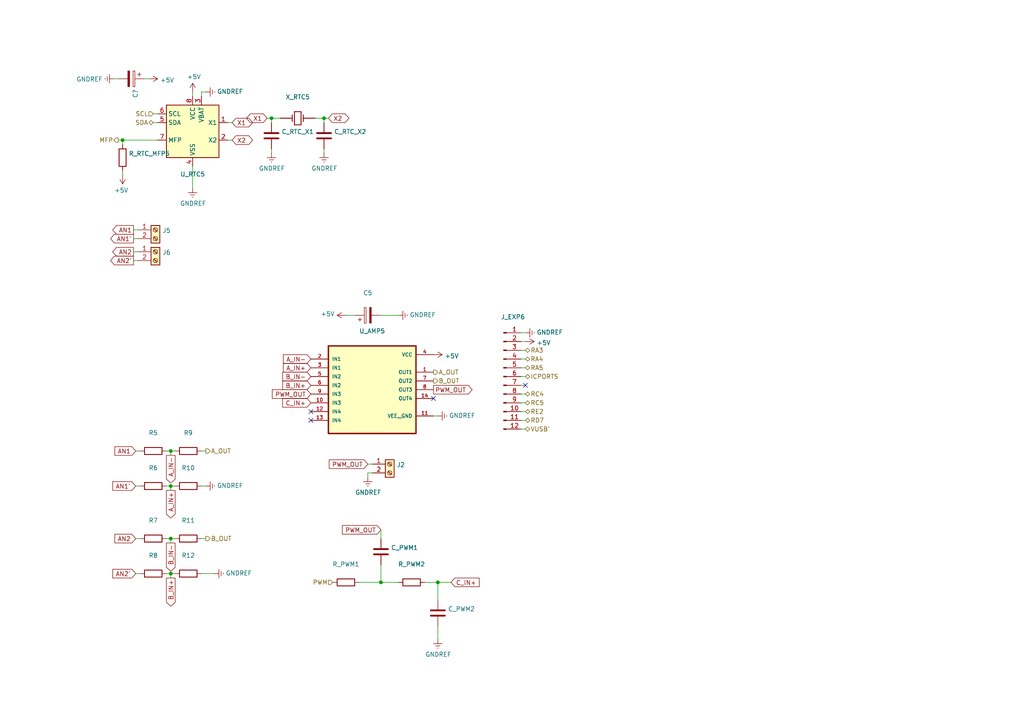
<source format=kicad_sch>
(kicad_sch (version 20211123) (generator eeschema)

  (uuid 8efee08b-b92e-4ba6-8722-c058e18114fe)

  (paper "A4")

  (lib_symbols
    (symbol "Connector:Conn_01x12_Male" (pin_names (offset 1.016) hide) (in_bom yes) (on_board yes)
      (property "Reference" "J" (id 0) (at 0 15.24 0)
        (effects (font (size 1.27 1.27)))
      )
      (property "Value" "Conn_01x12_Male" (id 1) (at 0 -17.78 0)
        (effects (font (size 1.27 1.27)))
      )
      (property "Footprint" "" (id 2) (at 0 0 0)
        (effects (font (size 1.27 1.27)) hide)
      )
      (property "Datasheet" "~" (id 3) (at 0 0 0)
        (effects (font (size 1.27 1.27)) hide)
      )
      (property "ki_keywords" "connector" (id 4) (at 0 0 0)
        (effects (font (size 1.27 1.27)) hide)
      )
      (property "ki_description" "Generic connector, single row, 01x12, script generated (kicad-library-utils/schlib/autogen/connector/)" (id 5) (at 0 0 0)
        (effects (font (size 1.27 1.27)) hide)
      )
      (property "ki_fp_filters" "Connector*:*_1x??_*" (id 6) (at 0 0 0)
        (effects (font (size 1.27 1.27)) hide)
      )
      (symbol "Conn_01x12_Male_1_1"
        (polyline
          (pts
            (xy 1.27 -15.24)
            (xy 0.8636 -15.24)
          )
          (stroke (width 0.1524) (type default) (color 0 0 0 0))
          (fill (type none))
        )
        (polyline
          (pts
            (xy 1.27 -12.7)
            (xy 0.8636 -12.7)
          )
          (stroke (width 0.1524) (type default) (color 0 0 0 0))
          (fill (type none))
        )
        (polyline
          (pts
            (xy 1.27 -10.16)
            (xy 0.8636 -10.16)
          )
          (stroke (width 0.1524) (type default) (color 0 0 0 0))
          (fill (type none))
        )
        (polyline
          (pts
            (xy 1.27 -7.62)
            (xy 0.8636 -7.62)
          )
          (stroke (width 0.1524) (type default) (color 0 0 0 0))
          (fill (type none))
        )
        (polyline
          (pts
            (xy 1.27 -5.08)
            (xy 0.8636 -5.08)
          )
          (stroke (width 0.1524) (type default) (color 0 0 0 0))
          (fill (type none))
        )
        (polyline
          (pts
            (xy 1.27 -2.54)
            (xy 0.8636 -2.54)
          )
          (stroke (width 0.1524) (type default) (color 0 0 0 0))
          (fill (type none))
        )
        (polyline
          (pts
            (xy 1.27 0)
            (xy 0.8636 0)
          )
          (stroke (width 0.1524) (type default) (color 0 0 0 0))
          (fill (type none))
        )
        (polyline
          (pts
            (xy 1.27 2.54)
            (xy 0.8636 2.54)
          )
          (stroke (width 0.1524) (type default) (color 0 0 0 0))
          (fill (type none))
        )
        (polyline
          (pts
            (xy 1.27 5.08)
            (xy 0.8636 5.08)
          )
          (stroke (width 0.1524) (type default) (color 0 0 0 0))
          (fill (type none))
        )
        (polyline
          (pts
            (xy 1.27 7.62)
            (xy 0.8636 7.62)
          )
          (stroke (width 0.1524) (type default) (color 0 0 0 0))
          (fill (type none))
        )
        (polyline
          (pts
            (xy 1.27 10.16)
            (xy 0.8636 10.16)
          )
          (stroke (width 0.1524) (type default) (color 0 0 0 0))
          (fill (type none))
        )
        (polyline
          (pts
            (xy 1.27 12.7)
            (xy 0.8636 12.7)
          )
          (stroke (width 0.1524) (type default) (color 0 0 0 0))
          (fill (type none))
        )
        (rectangle (start 0.8636 -15.113) (end 0 -15.367)
          (stroke (width 0.1524) (type default) (color 0 0 0 0))
          (fill (type outline))
        )
        (rectangle (start 0.8636 -12.573) (end 0 -12.827)
          (stroke (width 0.1524) (type default) (color 0 0 0 0))
          (fill (type outline))
        )
        (rectangle (start 0.8636 -10.033) (end 0 -10.287)
          (stroke (width 0.1524) (type default) (color 0 0 0 0))
          (fill (type outline))
        )
        (rectangle (start 0.8636 -7.493) (end 0 -7.747)
          (stroke (width 0.1524) (type default) (color 0 0 0 0))
          (fill (type outline))
        )
        (rectangle (start 0.8636 -4.953) (end 0 -5.207)
          (stroke (width 0.1524) (type default) (color 0 0 0 0))
          (fill (type outline))
        )
        (rectangle (start 0.8636 -2.413) (end 0 -2.667)
          (stroke (width 0.1524) (type default) (color 0 0 0 0))
          (fill (type outline))
        )
        (rectangle (start 0.8636 0.127) (end 0 -0.127)
          (stroke (width 0.1524) (type default) (color 0 0 0 0))
          (fill (type outline))
        )
        (rectangle (start 0.8636 2.667) (end 0 2.413)
          (stroke (width 0.1524) (type default) (color 0 0 0 0))
          (fill (type outline))
        )
        (rectangle (start 0.8636 5.207) (end 0 4.953)
          (stroke (width 0.1524) (type default) (color 0 0 0 0))
          (fill (type outline))
        )
        (rectangle (start 0.8636 7.747) (end 0 7.493)
          (stroke (width 0.1524) (type default) (color 0 0 0 0))
          (fill (type outline))
        )
        (rectangle (start 0.8636 10.287) (end 0 10.033)
          (stroke (width 0.1524) (type default) (color 0 0 0 0))
          (fill (type outline))
        )
        (rectangle (start 0.8636 12.827) (end 0 12.573)
          (stroke (width 0.1524) (type default) (color 0 0 0 0))
          (fill (type outline))
        )
        (pin passive line (at 5.08 12.7 180) (length 3.81)
          (name "Pin_1" (effects (font (size 1.27 1.27))))
          (number "1" (effects (font (size 1.27 1.27))))
        )
        (pin passive line (at 5.08 -10.16 180) (length 3.81)
          (name "Pin_10" (effects (font (size 1.27 1.27))))
          (number "10" (effects (font (size 1.27 1.27))))
        )
        (pin passive line (at 5.08 -12.7 180) (length 3.81)
          (name "Pin_11" (effects (font (size 1.27 1.27))))
          (number "11" (effects (font (size 1.27 1.27))))
        )
        (pin passive line (at 5.08 -15.24 180) (length 3.81)
          (name "Pin_12" (effects (font (size 1.27 1.27))))
          (number "12" (effects (font (size 1.27 1.27))))
        )
        (pin passive line (at 5.08 10.16 180) (length 3.81)
          (name "Pin_2" (effects (font (size 1.27 1.27))))
          (number "2" (effects (font (size 1.27 1.27))))
        )
        (pin passive line (at 5.08 7.62 180) (length 3.81)
          (name "Pin_3" (effects (font (size 1.27 1.27))))
          (number "3" (effects (font (size 1.27 1.27))))
        )
        (pin passive line (at 5.08 5.08 180) (length 3.81)
          (name "Pin_4" (effects (font (size 1.27 1.27))))
          (number "4" (effects (font (size 1.27 1.27))))
        )
        (pin passive line (at 5.08 2.54 180) (length 3.81)
          (name "Pin_5" (effects (font (size 1.27 1.27))))
          (number "5" (effects (font (size 1.27 1.27))))
        )
        (pin passive line (at 5.08 0 180) (length 3.81)
          (name "Pin_6" (effects (font (size 1.27 1.27))))
          (number "6" (effects (font (size 1.27 1.27))))
        )
        (pin passive line (at 5.08 -2.54 180) (length 3.81)
          (name "Pin_7" (effects (font (size 1.27 1.27))))
          (number "7" (effects (font (size 1.27 1.27))))
        )
        (pin passive line (at 5.08 -5.08 180) (length 3.81)
          (name "Pin_8" (effects (font (size 1.27 1.27))))
          (number "8" (effects (font (size 1.27 1.27))))
        )
        (pin passive line (at 5.08 -7.62 180) (length 3.81)
          (name "Pin_9" (effects (font (size 1.27 1.27))))
          (number "9" (effects (font (size 1.27 1.27))))
        )
      )
    )
    (symbol "Connector:Screw_Terminal_01x02" (pin_names (offset 1.016) hide) (in_bom yes) (on_board yes)
      (property "Reference" "J" (id 0) (at 0 2.54 0)
        (effects (font (size 1.27 1.27)))
      )
      (property "Value" "Screw_Terminal_01x02" (id 1) (at 0 -5.08 0)
        (effects (font (size 1.27 1.27)))
      )
      (property "Footprint" "" (id 2) (at 0 0 0)
        (effects (font (size 1.27 1.27)) hide)
      )
      (property "Datasheet" "~" (id 3) (at 0 0 0)
        (effects (font (size 1.27 1.27)) hide)
      )
      (property "ki_keywords" "screw terminal" (id 4) (at 0 0 0)
        (effects (font (size 1.27 1.27)) hide)
      )
      (property "ki_description" "Generic screw terminal, single row, 01x02, script generated (kicad-library-utils/schlib/autogen/connector/)" (id 5) (at 0 0 0)
        (effects (font (size 1.27 1.27)) hide)
      )
      (property "ki_fp_filters" "TerminalBlock*:*" (id 6) (at 0 0 0)
        (effects (font (size 1.27 1.27)) hide)
      )
      (symbol "Screw_Terminal_01x02_1_1"
        (rectangle (start -1.27 1.27) (end 1.27 -3.81)
          (stroke (width 0.254) (type default) (color 0 0 0 0))
          (fill (type background))
        )
        (circle (center 0 -2.54) (radius 0.635)
          (stroke (width 0.1524) (type default) (color 0 0 0 0))
          (fill (type none))
        )
        (polyline
          (pts
            (xy -0.5334 -2.2098)
            (xy 0.3302 -3.048)
          )
          (stroke (width 0.1524) (type default) (color 0 0 0 0))
          (fill (type none))
        )
        (polyline
          (pts
            (xy -0.5334 0.3302)
            (xy 0.3302 -0.508)
          )
          (stroke (width 0.1524) (type default) (color 0 0 0 0))
          (fill (type none))
        )
        (polyline
          (pts
            (xy -0.3556 -2.032)
            (xy 0.508 -2.8702)
          )
          (stroke (width 0.1524) (type default) (color 0 0 0 0))
          (fill (type none))
        )
        (polyline
          (pts
            (xy -0.3556 0.508)
            (xy 0.508 -0.3302)
          )
          (stroke (width 0.1524) (type default) (color 0 0 0 0))
          (fill (type none))
        )
        (circle (center 0 0) (radius 0.635)
          (stroke (width 0.1524) (type default) (color 0 0 0 0))
          (fill (type none))
        )
        (pin passive line (at -5.08 0 0) (length 3.81)
          (name "Pin_1" (effects (font (size 1.27 1.27))))
          (number "1" (effects (font (size 1.27 1.27))))
        )
        (pin passive line (at -5.08 -2.54 0) (length 3.81)
          (name "Pin_2" (effects (font (size 1.27 1.27))))
          (number "2" (effects (font (size 1.27 1.27))))
        )
      )
    )
    (symbol "Device:C" (pin_numbers hide) (pin_names (offset 0.254)) (in_bom yes) (on_board yes)
      (property "Reference" "C" (id 0) (at 0.635 2.54 0)
        (effects (font (size 1.27 1.27)) (justify left))
      )
      (property "Value" "C" (id 1) (at 0.635 -2.54 0)
        (effects (font (size 1.27 1.27)) (justify left))
      )
      (property "Footprint" "" (id 2) (at 0.9652 -3.81 0)
        (effects (font (size 1.27 1.27)) hide)
      )
      (property "Datasheet" "~" (id 3) (at 0 0 0)
        (effects (font (size 1.27 1.27)) hide)
      )
      (property "ki_keywords" "cap capacitor" (id 4) (at 0 0 0)
        (effects (font (size 1.27 1.27)) hide)
      )
      (property "ki_description" "Unpolarized capacitor" (id 5) (at 0 0 0)
        (effects (font (size 1.27 1.27)) hide)
      )
      (property "ki_fp_filters" "C_*" (id 6) (at 0 0 0)
        (effects (font (size 1.27 1.27)) hide)
      )
      (symbol "C_0_1"
        (polyline
          (pts
            (xy -2.032 -0.762)
            (xy 2.032 -0.762)
          )
          (stroke (width 0.508) (type default) (color 0 0 0 0))
          (fill (type none))
        )
        (polyline
          (pts
            (xy -2.032 0.762)
            (xy 2.032 0.762)
          )
          (stroke (width 0.508) (type default) (color 0 0 0 0))
          (fill (type none))
        )
      )
      (symbol "C_1_1"
        (pin passive line (at 0 3.81 270) (length 2.794)
          (name "~" (effects (font (size 1.27 1.27))))
          (number "1" (effects (font (size 1.27 1.27))))
        )
        (pin passive line (at 0 -3.81 90) (length 2.794)
          (name "~" (effects (font (size 1.27 1.27))))
          (number "2" (effects (font (size 1.27 1.27))))
        )
      )
    )
    (symbol "Device:R" (pin_numbers hide) (pin_names (offset 0)) (in_bom yes) (on_board yes)
      (property "Reference" "R" (id 0) (at 2.032 0 90)
        (effects (font (size 1.27 1.27)))
      )
      (property "Value" "R" (id 1) (at 0 0 90)
        (effects (font (size 1.27 1.27)))
      )
      (property "Footprint" "" (id 2) (at -1.778 0 90)
        (effects (font (size 1.27 1.27)) hide)
      )
      (property "Datasheet" "~" (id 3) (at 0 0 0)
        (effects (font (size 1.27 1.27)) hide)
      )
      (property "ki_keywords" "R res resistor" (id 4) (at 0 0 0)
        (effects (font (size 1.27 1.27)) hide)
      )
      (property "ki_description" "Resistor" (id 5) (at 0 0 0)
        (effects (font (size 1.27 1.27)) hide)
      )
      (property "ki_fp_filters" "R_*" (id 6) (at 0 0 0)
        (effects (font (size 1.27 1.27)) hide)
      )
      (symbol "R_0_1"
        (rectangle (start -1.016 -2.54) (end 1.016 2.54)
          (stroke (width 0.254) (type default) (color 0 0 0 0))
          (fill (type none))
        )
      )
      (symbol "R_1_1"
        (pin passive line (at 0 3.81 270) (length 1.27)
          (name "~" (effects (font (size 1.27 1.27))))
          (number "1" (effects (font (size 1.27 1.27))))
        )
        (pin passive line (at 0 -3.81 90) (length 1.27)
          (name "~" (effects (font (size 1.27 1.27))))
          (number "2" (effects (font (size 1.27 1.27))))
        )
      )
    )
    (symbol "PBLE Library:AB38T-32.768KHZ" (pin_numbers hide) (pin_names (offset 1.016) hide) (in_bom yes) (on_board yes)
      (property "Reference" "X" (id 0) (at -2.54 2.54 0)
        (effects (font (size 1.27 1.27)) (justify left bottom))
      )
      (property "Value" "AB38T-32.768KHZ" (id 1) (at -2.54 -5.08 0)
        (effects (font (size 1.27 1.27)) (justify left bottom))
      )
      (property "Footprint" "XTAL_AB38T-32.768KHZ" (id 2) (at 0 0 0)
        (effects (font (size 1.27 1.27)) (justify left bottom) hide)
      )
      (property "Datasheet" "" (id 3) (at 0 0 0)
        (effects (font (size 1.27 1.27)) (justify left bottom) hide)
      )
      (property "PARTREV" "12.29.14" (id 4) (at 0 0 0)
        (effects (font (size 1.27 1.27)) (justify left bottom) hide)
      )
      (property "MANUFACTURER" "Abracon Corparation" (id 5) (at 0 0 0)
        (effects (font (size 1.27 1.27)) (justify left bottom) hide)
      )
      (property "STANDARD" "IPC-7251" (id 6) (at 0 0 0)
        (effects (font (size 1.27 1.27)) (justify left bottom) hide)
      )
      (property "ki_locked" "" (id 7) (at 0 0 0)
        (effects (font (size 1.27 1.27)))
      )
      (symbol "AB38T-32.768KHZ_0_0"
        (polyline
          (pts
            (xy -1.6002 0)
            (xy -5.08 0)
          )
          (stroke (width 0.254) (type default) (color 0 0 0 0))
          (fill (type none))
        )
        (polyline
          (pts
            (xy -1.6002 0)
            (xy -1.6002 -0.9652)
          )
          (stroke (width 0.254) (type default) (color 0 0 0 0))
          (fill (type none))
        )
        (polyline
          (pts
            (xy -1.6002 0.9652)
            (xy -1.6002 0)
          )
          (stroke (width 0.254) (type default) (color 0 0 0 0))
          (fill (type none))
        )
        (polyline
          (pts
            (xy -0.9652 -1.905)
            (xy -0.9652 1.905)
          )
          (stroke (width 0.254) (type default) (color 0 0 0 0))
          (fill (type none))
        )
        (polyline
          (pts
            (xy -0.9652 1.905)
            (xy 0.9652 1.905)
          )
          (stroke (width 0.254) (type default) (color 0 0 0 0))
          (fill (type none))
        )
        (polyline
          (pts
            (xy 0.9652 -1.905)
            (xy -0.9652 -1.905)
          )
          (stroke (width 0.254) (type default) (color 0 0 0 0))
          (fill (type none))
        )
        (polyline
          (pts
            (xy 0.9652 1.905)
            (xy 0.9652 -1.905)
          )
          (stroke (width 0.254) (type default) (color 0 0 0 0))
          (fill (type none))
        )
        (polyline
          (pts
            (xy 1.6002 0)
            (xy 1.6002 -0.9652)
          )
          (stroke (width 0.254) (type default) (color 0 0 0 0))
          (fill (type none))
        )
        (polyline
          (pts
            (xy 1.6002 0)
            (xy 5.08 0)
          )
          (stroke (width 0.254) (type default) (color 0 0 0 0))
          (fill (type none))
        )
        (polyline
          (pts
            (xy 1.6002 0.9652)
            (xy 1.6002 0)
          )
          (stroke (width 0.254) (type default) (color 0 0 0 0))
          (fill (type none))
        )
        (pin passive line (at -5.08 0 0) (length 2.54)
          (name "~" (effects (font (size 1.016 1.016))))
          (number "1" (effects (font (size 1.016 1.016))))
        )
        (pin passive line (at 5.08 0 180) (length 2.54)
          (name "~" (effects (font (size 1.016 1.016))))
          (number "2" (effects (font (size 1.016 1.016))))
        )
      )
    )
    (symbol "PBLE Library:LM324DG" (pin_names (offset 1.016)) (in_bom yes) (on_board yes)
      (property "Reference" "U" (id 0) (at -12.7 13.6906 0)
        (effects (font (size 1.27 1.27)) (justify left bottom))
      )
      (property "Value" "LM324DG" (id 1) (at -12.7 -16.6878 0)
        (effects (font (size 1.27 1.27)) (justify left bottom))
      )
      (property "Footprint" "SOIC127P600X175-14N" (id 2) (at 0 0 0)
        (effects (font (size 1.27 1.27)) (justify left bottom) hide)
      )
      (property "Datasheet" "" (id 3) (at 0 0 0)
        (effects (font (size 1.27 1.27)) (justify left bottom) hide)
      )
      (symbol "LM324DG_0_0"
        (rectangle (start -12.7 -12.7) (end 12.7 12.7)
          (stroke (width 0.4064) (type default) (color 0 0 0 0))
          (fill (type background))
        )
        (pin output line (at 17.78 5.08 180) (length 5.08)
          (name "OUT1" (effects (font (size 1.016 1.016))))
          (number "1" (effects (font (size 1.016 1.016))))
        )
        (pin input line (at -17.78 -3.81 0) (length 5.08)
          (name "IN3" (effects (font (size 1.016 1.016))))
          (number "10" (effects (font (size 1.016 1.016))))
        )
        (pin power_in line (at 17.78 -7.62 180) (length 5.08)
          (name "VEE,_GND" (effects (font (size 1.016 1.016))))
          (number "11" (effects (font (size 1.016 1.016))))
        )
        (pin input line (at -17.78 -6.35 0) (length 5.08)
          (name "IN4" (effects (font (size 1.016 1.016))))
          (number "12" (effects (font (size 1.016 1.016))))
        )
        (pin input line (at -17.78 -8.89 0) (length 5.08)
          (name "IN4" (effects (font (size 1.016 1.016))))
          (number "13" (effects (font (size 1.016 1.016))))
        )
        (pin output line (at 17.78 -2.54 180) (length 5.08)
          (name "OUT4" (effects (font (size 1.016 1.016))))
          (number "14" (effects (font (size 1.016 1.016))))
        )
        (pin input line (at -17.78 8.89 0) (length 5.08)
          (name "IN1" (effects (font (size 1.016 1.016))))
          (number "2" (effects (font (size 1.016 1.016))))
        )
        (pin input line (at -17.78 6.35 0) (length 5.08)
          (name "IN1" (effects (font (size 1.016 1.016))))
          (number "3" (effects (font (size 1.016 1.016))))
        )
        (pin power_in line (at 17.78 10.16 180) (length 5.08)
          (name "VCC" (effects (font (size 1.016 1.016))))
          (number "4" (effects (font (size 1.016 1.016))))
        )
        (pin input line (at -17.78 3.81 0) (length 5.08)
          (name "IN2" (effects (font (size 1.016 1.016))))
          (number "5" (effects (font (size 1.016 1.016))))
        )
        (pin input line (at -17.78 1.27 0) (length 5.08)
          (name "IN2" (effects (font (size 1.016 1.016))))
          (number "6" (effects (font (size 1.016 1.016))))
        )
        (pin output line (at 17.78 2.54 180) (length 5.08)
          (name "OUT2" (effects (font (size 1.016 1.016))))
          (number "7" (effects (font (size 1.016 1.016))))
        )
        (pin output line (at 17.78 0 180) (length 5.08)
          (name "OUT3" (effects (font (size 1.016 1.016))))
          (number "8" (effects (font (size 1.016 1.016))))
        )
        (pin input line (at -17.78 -1.27 0) (length 5.08)
          (name "IN3" (effects (font (size 1.016 1.016))))
          (number "9" (effects (font (size 1.016 1.016))))
        )
      )
    )
    (symbol "PBLE-Circuit-rescue:CP-Device" (pin_numbers hide) (pin_names (offset 0.254)) (in_bom yes) (on_board yes)
      (property "Reference" "C" (id 0) (at 0.635 2.54 0)
        (effects (font (size 1.27 1.27)) (justify left))
      )
      (property "Value" "CP-Device" (id 1) (at 0.635 -2.54 0)
        (effects (font (size 1.27 1.27)) (justify left))
      )
      (property "Footprint" "" (id 2) (at 0.9652 -3.81 0)
        (effects (font (size 1.27 1.27)) hide)
      )
      (property "Datasheet" "" (id 3) (at 0 0 0)
        (effects (font (size 1.27 1.27)) hide)
      )
      (property "ki_fp_filters" "CP_*" (id 4) (at 0 0 0)
        (effects (font (size 1.27 1.27)) hide)
      )
      (symbol "CP-Device_0_1"
        (rectangle (start -2.286 0.508) (end 2.286 1.016)
          (stroke (width 0) (type default) (color 0 0 0 0))
          (fill (type none))
        )
        (polyline
          (pts
            (xy -1.778 2.286)
            (xy -0.762 2.286)
          )
          (stroke (width 0) (type default) (color 0 0 0 0))
          (fill (type none))
        )
        (polyline
          (pts
            (xy -1.27 2.794)
            (xy -1.27 1.778)
          )
          (stroke (width 0) (type default) (color 0 0 0 0))
          (fill (type none))
        )
        (rectangle (start 2.286 -0.508) (end -2.286 -1.016)
          (stroke (width 0) (type default) (color 0 0 0 0))
          (fill (type outline))
        )
      )
      (symbol "CP-Device_1_1"
        (pin passive line (at 0 3.81 270) (length 2.794)
          (name "~" (effects (font (size 1.27 1.27))))
          (number "1" (effects (font (size 1.27 1.27))))
        )
        (pin passive line (at 0 -3.81 90) (length 2.794)
          (name "~" (effects (font (size 1.27 1.27))))
          (number "2" (effects (font (size 1.27 1.27))))
        )
      )
    )
    (symbol "PBLE-Circuit-rescue:MCP7940N-xSN-Timer" (in_bom yes) (on_board yes)
      (property "Reference" "U" (id 0) (at -6.35 8.89 0)
        (effects (font (size 1.27 1.27)))
      )
      (property "Value" "MCP7940N-xSN-Timer" (id 1) (at 11.43 8.89 0)
        (effects (font (size 1.27 1.27)))
      )
      (property "Footprint" "" (id 2) (at 0 0 0)
        (effects (font (size 1.27 1.27)) hide)
      )
      (property "Datasheet" "" (id 3) (at 0 0 0)
        (effects (font (size 1.27 1.27)) hide)
      )
      (property "ki_fp_filters" "SOIC*3.9x4.9mm*P1.27mm* TSSOP*4.4x3mm*P0.65mm* MSOP*3x3mm*P0.65mm* DIP*W7.62mm*" (id 4) (at 0 0 0)
        (effects (font (size 1.27 1.27)) hide)
      )
      (symbol "MCP7940N-xSN-Timer_0_1"
        (rectangle (start -7.62 7.62) (end 7.62 -7.62)
          (stroke (width 0.254) (type default) (color 0 0 0 0))
          (fill (type background))
        )
      )
      (symbol "MCP7940N-xSN-Timer_1_1"
        (pin input line (at 10.16 2.54 180) (length 2.54)
          (name "X1" (effects (font (size 1.27 1.27))))
          (number "1" (effects (font (size 1.27 1.27))))
        )
        (pin output line (at 10.16 -2.54 180) (length 2.54)
          (name "X2" (effects (font (size 1.27 1.27))))
          (number "2" (effects (font (size 1.27 1.27))))
        )
        (pin power_in line (at 2.54 10.16 270) (length 2.54)
          (name "VBAT" (effects (font (size 1.27 1.27))))
          (number "3" (effects (font (size 1.27 1.27))))
        )
        (pin power_in line (at 0 -10.16 90) (length 2.54)
          (name "VSS" (effects (font (size 1.27 1.27))))
          (number "4" (effects (font (size 1.27 1.27))))
        )
        (pin bidirectional line (at -10.16 2.54 0) (length 2.54)
          (name "SDA" (effects (font (size 1.27 1.27))))
          (number "5" (effects (font (size 1.27 1.27))))
        )
        (pin input line (at -10.16 5.08 0) (length 2.54)
          (name "SCL" (effects (font (size 1.27 1.27))))
          (number "6" (effects (font (size 1.27 1.27))))
        )
        (pin open_collector line (at -10.16 -2.54 0) (length 2.54)
          (name "MFP" (effects (font (size 1.27 1.27))))
          (number "7" (effects (font (size 1.27 1.27))))
        )
        (pin power_in line (at 0 10.16 270) (length 2.54)
          (name "VCC" (effects (font (size 1.27 1.27))))
          (number "8" (effects (font (size 1.27 1.27))))
        )
      )
    )
    (symbol "power:+5V" (power) (pin_names (offset 0)) (in_bom yes) (on_board yes)
      (property "Reference" "#PWR" (id 0) (at 0 -3.81 0)
        (effects (font (size 1.27 1.27)) hide)
      )
      (property "Value" "+5V" (id 1) (at 0 3.556 0)
        (effects (font (size 1.27 1.27)))
      )
      (property "Footprint" "" (id 2) (at 0 0 0)
        (effects (font (size 1.27 1.27)) hide)
      )
      (property "Datasheet" "" (id 3) (at 0 0 0)
        (effects (font (size 1.27 1.27)) hide)
      )
      (property "ki_keywords" "power-flag" (id 4) (at 0 0 0)
        (effects (font (size 1.27 1.27)) hide)
      )
      (property "ki_description" "Power symbol creates a global label with name \"+5V\"" (id 5) (at 0 0 0)
        (effects (font (size 1.27 1.27)) hide)
      )
      (symbol "+5V_0_1"
        (polyline
          (pts
            (xy -0.762 1.27)
            (xy 0 2.54)
          )
          (stroke (width 0) (type default) (color 0 0 0 0))
          (fill (type none))
        )
        (polyline
          (pts
            (xy 0 0)
            (xy 0 2.54)
          )
          (stroke (width 0) (type default) (color 0 0 0 0))
          (fill (type none))
        )
        (polyline
          (pts
            (xy 0 2.54)
            (xy 0.762 1.27)
          )
          (stroke (width 0) (type default) (color 0 0 0 0))
          (fill (type none))
        )
      )
      (symbol "+5V_1_1"
        (pin power_in line (at 0 0 90) (length 0) hide
          (name "+5V" (effects (font (size 1.27 1.27))))
          (number "1" (effects (font (size 1.27 1.27))))
        )
      )
    )
    (symbol "power:GNDREF" (power) (pin_names (offset 0)) (in_bom yes) (on_board yes)
      (property "Reference" "#PWR" (id 0) (at 0 -6.35 0)
        (effects (font (size 1.27 1.27)) hide)
      )
      (property "Value" "GNDREF" (id 1) (at 0 -3.81 0)
        (effects (font (size 1.27 1.27)))
      )
      (property "Footprint" "" (id 2) (at 0 0 0)
        (effects (font (size 1.27 1.27)) hide)
      )
      (property "Datasheet" "" (id 3) (at 0 0 0)
        (effects (font (size 1.27 1.27)) hide)
      )
      (property "ki_keywords" "power-flag" (id 4) (at 0 0 0)
        (effects (font (size 1.27 1.27)) hide)
      )
      (property "ki_description" "Power symbol creates a global label with name \"GNDREF\" , reference supply ground" (id 5) (at 0 0 0)
        (effects (font (size 1.27 1.27)) hide)
      )
      (symbol "GNDREF_0_1"
        (polyline
          (pts
            (xy -0.635 -1.905)
            (xy 0.635 -1.905)
          )
          (stroke (width 0) (type default) (color 0 0 0 0))
          (fill (type none))
        )
        (polyline
          (pts
            (xy -0.127 -2.54)
            (xy 0.127 -2.54)
          )
          (stroke (width 0) (type default) (color 0 0 0 0))
          (fill (type none))
        )
        (polyline
          (pts
            (xy 0 -1.27)
            (xy 0 0)
          )
          (stroke (width 0) (type default) (color 0 0 0 0))
          (fill (type none))
        )
        (polyline
          (pts
            (xy 1.27 -1.27)
            (xy -1.27 -1.27)
          )
          (stroke (width 0) (type default) (color 0 0 0 0))
          (fill (type none))
        )
      )
      (symbol "GNDREF_1_1"
        (pin power_in line (at 0 0 270) (length 0) hide
          (name "GNDREF" (effects (font (size 1.27 1.27))))
          (number "1" (effects (font (size 1.27 1.27))))
        )
      )
    )
  )

  (junction (at 35.56 40.64) (diameter 0) (color 0 0 0 0)
    (uuid 014d13cd-26ad-4d0e-86ad-a43b541cab14)
  )
  (junction (at 49.53 130.81) (diameter 0) (color 0 0 0 0)
    (uuid 725cdf26-4b92-46db-bca9-10d930002dda)
  )
  (junction (at 110.49 168.91) (diameter 0) (color 0 0 0 0)
    (uuid 89a3dae6-dcb5-435b-a383-656b6a19a316)
  )
  (junction (at 49.53 140.97) (diameter 0) (color 0 0 0 0)
    (uuid b12e5309-5d01-40ef-a9c3-8453e00a555e)
  )
  (junction (at 49.53 166.37) (diameter 0) (color 0 0 0 0)
    (uuid b794d099-f823-4d35-9755-ca1c45247ee9)
  )
  (junction (at 127 168.91) (diameter 0) (color 0 0 0 0)
    (uuid ca56e1ad-54bf-4df5-a4f7-99f5d61d0de9)
  )
  (junction (at 49.53 156.21) (diameter 0) (color 0 0 0 0)
    (uuid d72c89a6-7578-4468-964e-2a845431195f)
  )
  (junction (at 78.74 34.29) (diameter 0) (color 0 0 0 0)
    (uuid e0830067-5b66-4ce1-b2d1-aaa8af20baf7)
  )
  (junction (at 93.98 34.29) (diameter 0) (color 0 0 0 0)
    (uuid f5c43e09-08d6-4a29-a53a-3b9ea7fb34cd)
  )

  (no_connect (at 125.73 115.57) (uuid 1cc5480b-56b7-4379-98e2-ccafc88911a7))
  (no_connect (at 152.4 111.76) (uuid 537b4ec6-5c90-479c-ac29-00f5df9758c0))
  (no_connect (at 90.17 121.92) (uuid 851f3d61-ba3b-4e6e-abd4-cafa4d9b64cb))
  (no_connect (at 90.17 119.38) (uuid 9a8ad8bb-d9a9-4b2b-bc88-ea6fd2676d45))

  (wire (pts (xy 58.42 156.21) (xy 59.69 156.21))
    (stroke (width 0) (type default) (color 0 0 0 0))
    (uuid 02538207-54a8-4266-8d51-23871852b2ff)
  )
  (wire (pts (xy 49.53 130.81) (xy 50.8 130.81))
    (stroke (width 0) (type default) (color 0 0 0 0))
    (uuid 083becc8-e25d-4206-9636-55457650bbe3)
  )
  (wire (pts (xy 127 173.99) (xy 127 168.91))
    (stroke (width 0) (type default) (color 0 0 0 0))
    (uuid 0c5dddf1-38df-43d2-b49c-e7b691dab0ab)
  )
  (wire (pts (xy 49.53 140.97) (xy 49.53 142.24))
    (stroke (width 0) (type default) (color 0 0 0 0))
    (uuid 0d993e48-cea3-4104-9c5a-d8f97b64a3ac)
  )
  (wire (pts (xy 48.26 130.81) (xy 49.53 130.81))
    (stroke (width 0) (type default) (color 0 0 0 0))
    (uuid 123968c6-74e7-4754-8c36-08ea08e42555)
  )
  (wire (pts (xy 151.13 119.38) (xy 152.4 119.38))
    (stroke (width 0) (type default) (color 0 0 0 0))
    (uuid 13ac70df-e9b9-44e5-96e6-20f0b0dc6a3a)
  )
  (wire (pts (xy 58.42 140.97) (xy 59.69 140.97))
    (stroke (width 0) (type default) (color 0 0 0 0))
    (uuid 199124ca-dd64-45cf-a063-97cc545cbea7)
  )
  (wire (pts (xy 34.29 22.86) (xy 33.02 22.86))
    (stroke (width 0) (type default) (color 0 0 0 0))
    (uuid 235067e2-1686-40fe-a9a0-61704311b2b1)
  )
  (wire (pts (xy 151.13 121.92) (xy 152.4 121.92))
    (stroke (width 0) (type default) (color 0 0 0 0))
    (uuid 24adc223-60f0-4497-98a3-d664c5a13280)
  )
  (wire (pts (xy 127 168.91) (xy 130.81 168.91))
    (stroke (width 0) (type default) (color 0 0 0 0))
    (uuid 254f7cc6-cee1-44ca-9afe-939b318201aa)
  )
  (wire (pts (xy 151.13 116.84) (xy 152.4 116.84))
    (stroke (width 0) (type default) (color 0 0 0 0))
    (uuid 278a91dc-d57d-4a5c-a045-34b6bd84131f)
  )
  (wire (pts (xy 49.53 156.21) (xy 50.8 156.21))
    (stroke (width 0) (type default) (color 0 0 0 0))
    (uuid 282c8e53-3acc-42f0-a92a-6aa976b97a93)
  )
  (wire (pts (xy 151.13 101.6) (xy 152.4 101.6))
    (stroke (width 0) (type default) (color 0 0 0 0))
    (uuid 2ea8fa6f-efc3-40fe-bcf9-05bfa46ead4f)
  )
  (wire (pts (xy 40.005 73.025) (xy 38.735 73.025))
    (stroke (width 0) (type default) (color 0 0 0 0))
    (uuid 3249bd81-9fd4-4194-9b4f-2e333b2195b8)
  )
  (wire (pts (xy 91.44 34.29) (xy 93.98 34.29))
    (stroke (width 0) (type default) (color 0 0 0 0))
    (uuid 347562f5-b152-4e7b-8a69-40ca6daaaad4)
  )
  (wire (pts (xy 78.74 34.29) (xy 77.47 34.29))
    (stroke (width 0) (type default) (color 0 0 0 0))
    (uuid 34c0bee6-7425-4435-8857-d1fe8dfb6d89)
  )
  (wire (pts (xy 151.13 96.52) (xy 152.4 96.52))
    (stroke (width 0) (type default) (color 0 0 0 0))
    (uuid 3c22d605-7855-4cc6-8ad2-906cadbd02dc)
  )
  (wire (pts (xy 49.53 130.81) (xy 49.53 132.08))
    (stroke (width 0) (type default) (color 0 0 0 0))
    (uuid 3e3d55c8-e0ea-48fb-8421-a84b7cb7055b)
  )
  (wire (pts (xy 107.95 137.16) (xy 106.68 137.16))
    (stroke (width 0) (type default) (color 0 0 0 0))
    (uuid 3ed2c840-383d-4cbd-bc3b-c4ea4c97b333)
  )
  (wire (pts (xy 151.13 109.22) (xy 152.4 109.22))
    (stroke (width 0) (type default) (color 0 0 0 0))
    (uuid 4641c87c-bffa-41fe-ae77-be3a97a6f797)
  )
  (wire (pts (xy 106.68 138.43) (xy 106.68 137.16))
    (stroke (width 0) (type default) (color 0 0 0 0))
    (uuid 465137b4-f6f7-4d51-9b40-b161947d5cc1)
  )
  (wire (pts (xy 123.19 168.91) (xy 127 168.91))
    (stroke (width 0) (type default) (color 0 0 0 0))
    (uuid 4a53fa56-d65b-42a4-a4be-8f49c4c015bb)
  )
  (wire (pts (xy 58.42 27.94) (xy 58.42 26.67))
    (stroke (width 0) (type default) (color 0 0 0 0))
    (uuid 4bbde53d-6894-4e18-9480-84a6a26d5f6b)
  )
  (wire (pts (xy 151.13 111.76) (xy 152.4 111.76))
    (stroke (width 0) (type default) (color 0 0 0 0))
    (uuid 4cc0e615-05a0-4f42-a208-4011ba8ef841)
  )
  (wire (pts (xy 127 185.42) (xy 127 181.61))
    (stroke (width 0) (type default) (color 0 0 0 0))
    (uuid 58390862-1833-41dd-9c4e-98073ea0da33)
  )
  (wire (pts (xy 55.88 27.94) (xy 55.88 26.67))
    (stroke (width 0) (type default) (color 0 0 0 0))
    (uuid 590fefcc-03e7-45d6-b6c9-e51a7c3c36c4)
  )
  (wire (pts (xy 49.53 156.21) (xy 49.53 157.48))
    (stroke (width 0) (type default) (color 0 0 0 0))
    (uuid 5f38bdb2-3657-474e-8e86-d6bb0b298110)
  )
  (wire (pts (xy 110.49 163.83) (xy 110.49 168.91))
    (stroke (width 0) (type default) (color 0 0 0 0))
    (uuid 6150c02b-beb5-4af1-951e-3666a285a6ea)
  )
  (wire (pts (xy 107.95 134.62) (xy 106.68 134.62))
    (stroke (width 0) (type default) (color 0 0 0 0))
    (uuid 653a86ba-a1ae-4175-9d4c-c788087956d0)
  )
  (wire (pts (xy 93.98 34.29) (xy 93.98 35.56))
    (stroke (width 0) (type default) (color 0 0 0 0))
    (uuid 6cb535a7-247d-4f99-997d-c21b160eadfa)
  )
  (wire (pts (xy 78.74 34.29) (xy 78.74 35.56))
    (stroke (width 0) (type default) (color 0 0 0 0))
    (uuid 6cb93665-0bcd-4104-8633-fffd1811eee0)
  )
  (wire (pts (xy 151.13 124.46) (xy 152.4 124.46))
    (stroke (width 0) (type default) (color 0 0 0 0))
    (uuid 6d2a06fb-0b1e-452a-ab38-11a5f45e1b32)
  )
  (wire (pts (xy 41.91 22.86) (xy 43.18 22.86))
    (stroke (width 0) (type default) (color 0 0 0 0))
    (uuid 701e1517-e8cf-46f4-b538-98e721c97380)
  )
  (wire (pts (xy 40.005 75.565) (xy 38.735 75.565))
    (stroke (width 0) (type default) (color 0 0 0 0))
    (uuid 718e5c6d-0e4c-46d8-a149-2f2bfc54c7f1)
  )
  (wire (pts (xy 55.88 48.26) (xy 55.88 54.61))
    (stroke (width 0) (type default) (color 0 0 0 0))
    (uuid 749d9ed0-2ff2-4b55-abc5-f7231ec3aa28)
  )
  (wire (pts (xy 40.64 130.81) (xy 39.37 130.81))
    (stroke (width 0) (type default) (color 0 0 0 0))
    (uuid 7acd513a-187b-4936-9f93-2e521ce33ad5)
  )
  (wire (pts (xy 93.98 34.29) (xy 95.25 34.29))
    (stroke (width 0) (type default) (color 0 0 0 0))
    (uuid 7c5f3091-7791-43b3-8d50-43f6a72274c9)
  )
  (wire (pts (xy 93.98 43.18) (xy 93.98 44.45))
    (stroke (width 0) (type default) (color 0 0 0 0))
    (uuid 7f9683c1-2203-43df-8fa1-719a0dc360df)
  )
  (wire (pts (xy 35.56 40.64) (xy 45.72 40.64))
    (stroke (width 0) (type default) (color 0 0 0 0))
    (uuid 83021f70-e61e-4ad3-bae7-b9f02b28be4f)
  )
  (wire (pts (xy 40.64 156.21) (xy 39.37 156.21))
    (stroke (width 0) (type default) (color 0 0 0 0))
    (uuid 83c5181e-f5ee-453c-ae5c-d7256ba8837d)
  )
  (wire (pts (xy 58.42 130.81) (xy 59.69 130.81))
    (stroke (width 0) (type default) (color 0 0 0 0))
    (uuid 8486c294-aa7e-43c3-b257-1ca3356dd17a)
  )
  (wire (pts (xy 58.42 166.37) (xy 62.23 166.37))
    (stroke (width 0) (type default) (color 0 0 0 0))
    (uuid 88deea08-baa5-4041-beb7-01c299cf00e6)
  )
  (wire (pts (xy 66.04 40.64) (xy 67.31 40.64))
    (stroke (width 0) (type default) (color 0 0 0 0))
    (uuid 89c9afdc-c346-4300-a392-5f9dd8c1e5bd)
  )
  (wire (pts (xy 100.33 91.44) (xy 102.87 91.44))
    (stroke (width 0) (type default) (color 0 0 0 0))
    (uuid 94a10cae-6ef2-4b64-9d98-fb22aa3306cc)
  )
  (wire (pts (xy 125.73 120.65) (xy 127 120.65))
    (stroke (width 0) (type default) (color 0 0 0 0))
    (uuid 968a6172-7a4e-40ab-a78a-e4d03671e136)
  )
  (wire (pts (xy 151.13 114.3) (xy 152.4 114.3))
    (stroke (width 0) (type default) (color 0 0 0 0))
    (uuid 98966de3-2364-43d8-a2e0-b03bb9487b03)
  )
  (wire (pts (xy 40.64 166.37) (xy 39.37 166.37))
    (stroke (width 0) (type default) (color 0 0 0 0))
    (uuid 99e6b8eb-b08e-4d42-84dd-8b7f6765b7b7)
  )
  (wire (pts (xy 35.56 40.64) (xy 34.29 40.64))
    (stroke (width 0) (type default) (color 0 0 0 0))
    (uuid a25b7e01-1754-4cc9-8a14-3d9c461e5af5)
  )
  (wire (pts (xy 104.14 168.91) (xy 110.49 168.91))
    (stroke (width 0) (type default) (color 0 0 0 0))
    (uuid a917c6d9-225d-4c90-bf25-fe8eff8abd3f)
  )
  (wire (pts (xy 78.74 43.18) (xy 78.74 44.45))
    (stroke (width 0) (type default) (color 0 0 0 0))
    (uuid b0054ce1-b60e-41de-a6a2-bf712784dd39)
  )
  (wire (pts (xy 49.53 166.37) (xy 49.53 167.64))
    (stroke (width 0) (type default) (color 0 0 0 0))
    (uuid b0b4c3cb-e7ea-49c0-8162-be3bbab3e4ec)
  )
  (wire (pts (xy 45.72 35.56) (xy 44.45 35.56))
    (stroke (width 0) (type default) (color 0 0 0 0))
    (uuid b854a395-bfc6-4140-9640-75d4f9296771)
  )
  (wire (pts (xy 151.13 99.06) (xy 152.4 99.06))
    (stroke (width 0) (type default) (color 0 0 0 0))
    (uuid bd085057-7c0e-463a-982b-968a2dc1f0f8)
  )
  (wire (pts (xy 49.53 140.97) (xy 50.8 140.97))
    (stroke (width 0) (type default) (color 0 0 0 0))
    (uuid be6b17f9-34f5-44e9-a4c7-725d2e274a9d)
  )
  (wire (pts (xy 78.74 34.29) (xy 81.28 34.29))
    (stroke (width 0) (type default) (color 0 0 0 0))
    (uuid cb083d38-4f11-4a80-8b19-ab751c405e4a)
  )
  (wire (pts (xy 40.005 69.215) (xy 38.735 69.215))
    (stroke (width 0) (type default) (color 0 0 0 0))
    (uuid cbde200f-1075-469a-89f8-abbdcf30e36a)
  )
  (wire (pts (xy 48.26 140.97) (xy 49.53 140.97))
    (stroke (width 0) (type default) (color 0 0 0 0))
    (uuid cf21dfe3-ab4f-4ad9-b7cf-dc892d833b13)
  )
  (wire (pts (xy 44.45 33.02) (xy 45.72 33.02))
    (stroke (width 0) (type default) (color 0 0 0 0))
    (uuid d0cd3439-276c-41ba-b38d-f84f6da38415)
  )
  (wire (pts (xy 110.49 168.91) (xy 115.57 168.91))
    (stroke (width 0) (type default) (color 0 0 0 0))
    (uuid d13b0eae-4711-4325-a6bb-aa8e3646e86e)
  )
  (wire (pts (xy 58.42 26.67) (xy 59.69 26.67))
    (stroke (width 0) (type default) (color 0 0 0 0))
    (uuid d3dd7cdb-b730-487d-804d-99150ba318ef)
  )
  (wire (pts (xy 151.13 106.68) (xy 152.4 106.68))
    (stroke (width 0) (type default) (color 0 0 0 0))
    (uuid da546d77-4b03-4562-8fc6-837fd68e7691)
  )
  (wire (pts (xy 49.53 166.37) (xy 50.8 166.37))
    (stroke (width 0) (type default) (color 0 0 0 0))
    (uuid de370984-7922-4327-a0ba-7cd613995df4)
  )
  (wire (pts (xy 151.13 104.14) (xy 152.4 104.14))
    (stroke (width 0) (type default) (color 0 0 0 0))
    (uuid e2fac877-439c-4da0-af2e-5fdc70f85d42)
  )
  (wire (pts (xy 110.49 153.67) (xy 110.49 156.21))
    (stroke (width 0) (type default) (color 0 0 0 0))
    (uuid e45aa7d8-0254-4176-afd9-766820762e19)
  )
  (wire (pts (xy 48.26 166.37) (xy 49.53 166.37))
    (stroke (width 0) (type default) (color 0 0 0 0))
    (uuid e87a6f80-914f-4f62-9c9f-9ba62a88ee3d)
  )
  (wire (pts (xy 48.26 156.21) (xy 49.53 156.21))
    (stroke (width 0) (type default) (color 0 0 0 0))
    (uuid eaa0d51a-ee4e-4d3a-a801-bddb7027e94c)
  )
  (wire (pts (xy 110.49 91.44) (xy 115.57 91.44))
    (stroke (width 0) (type default) (color 0 0 0 0))
    (uuid f33ec0db-ef0f-4576-8054-2833161a8f30)
  )
  (wire (pts (xy 35.56 49.53) (xy 35.56 50.8))
    (stroke (width 0) (type default) (color 0 0 0 0))
    (uuid f345e52a-8e0a-425a-b438-90809dd3b799)
  )
  (wire (pts (xy 35.56 40.64) (xy 35.56 41.91))
    (stroke (width 0) (type default) (color 0 0 0 0))
    (uuid f4a8afbe-ed68-4253-959f-6be4d2cbf8c5)
  )
  (wire (pts (xy 40.005 66.675) (xy 38.735 66.675))
    (stroke (width 0) (type default) (color 0 0 0 0))
    (uuid f50dae73-c5b5-475d-ac8c-5b555be54fa3)
  )
  (wire (pts (xy 40.64 140.97) (xy 39.37 140.97))
    (stroke (width 0) (type default) (color 0 0 0 0))
    (uuid f56d244f-1fa4-4475-ac1d-f41eed31a48b)
  )
  (wire (pts (xy 66.04 35.56) (xy 67.31 35.56))
    (stroke (width 0) (type default) (color 0 0 0 0))
    (uuid f5bf5b4a-5213-48af-a5cd-0d67969d2de6)
  )

  (global_label "AN2" (shape input) (at 39.37 156.21 180) (fields_autoplaced)
    (effects (font (size 1.27 1.27)) (justify right))
    (uuid 0b4c0f05-c855-4742-bad2-dbf645d5842b)
    (property "Intersheet References" "${INTERSHEET_REFS}" (id 0) (at 0 0 0)
      (effects (font (size 1.27 1.27)) hide)
    )
  )
  (global_label "X2" (shape bidirectional) (at 67.31 40.64 0) (fields_autoplaced)
    (effects (font (size 1.27 1.27)) (justify left))
    (uuid 1427bb3f-0689-4b41-a816-cd79a5202fd0)
    (property "Intersheet References" "${INTERSHEET_REFS}" (id 0) (at 0 0 0)
      (effects (font (size 1.27 1.27)) hide)
    )
  )
  (global_label "AN1'" (shape output) (at 38.735 69.215 180) (fields_autoplaced)
    (effects (font (size 1.27 1.27)) (justify right))
    (uuid 1b023dd4-5185-4576-b544-68a05b9c360b)
    (property "Intersheet References" "${INTERSHEET_REFS}" (id 0) (at 0 0 0)
      (effects (font (size 1.27 1.27)) hide)
    )
  )
  (global_label "AN1'" (shape input) (at 39.37 140.97 180) (fields_autoplaced)
    (effects (font (size 1.27 1.27)) (justify right))
    (uuid 1c9f6fea-1796-4a2d-80b3-ae22ce51c8f5)
    (property "Intersheet References" "${INTERSHEET_REFS}" (id 0) (at 0 0 0)
      (effects (font (size 1.27 1.27)) hide)
    )
  )
  (global_label "X2" (shape bidirectional) (at 95.25 34.29 0) (fields_autoplaced)
    (effects (font (size 1.27 1.27)) (justify left))
    (uuid 3efa2ece-8f3f-4a8c-96e9-6ab3ec6f1f70)
    (property "Intersheet References" "${INTERSHEET_REFS}" (id 0) (at 0 0 0)
      (effects (font (size 1.27 1.27)) hide)
    )
  )
  (global_label "A_IN-" (shape output) (at 49.53 132.08 270) (fields_autoplaced)
    (effects (font (size 1.27 1.27)) (justify right))
    (uuid 4a7e3849-3bc9-4bb3-b16a-fab2f5cee0e5)
    (property "Intersheet References" "${INTERSHEET_REFS}" (id 0) (at 0 0 0)
      (effects (font (size 1.27 1.27)) hide)
    )
  )
  (global_label "PWM_OUT" (shape input) (at 106.68 134.62 180) (fields_autoplaced)
    (effects (font (size 1.27 1.27)) (justify right))
    (uuid 6a0919c2-460c-4229-b872-14e318e1ba8b)
    (property "Intersheet References" "${INTERSHEET_REFS}" (id 0) (at 0 0 0)
      (effects (font (size 1.27 1.27)) hide)
    )
  )
  (global_label "A_IN+" (shape output) (at 49.53 142.24 270) (fields_autoplaced)
    (effects (font (size 1.27 1.27)) (justify right))
    (uuid 73fbe87f-3928-49c2-bf87-839d907c6aef)
    (property "Intersheet References" "${INTERSHEET_REFS}" (id 0) (at 0 0 0)
      (effects (font (size 1.27 1.27)) hide)
    )
  )
  (global_label "C_IN+" (shape input) (at 90.17 116.84 180) (fields_autoplaced)
    (effects (font (size 1.27 1.27)) (justify right))
    (uuid 7bea05d4-1dec-4cd6-aa53-302dde803254)
    (property "Intersheet References" "${INTERSHEET_REFS}" (id 0) (at 0 0 0)
      (effects (font (size 1.27 1.27)) hide)
    )
  )
  (global_label "B_IN-" (shape input) (at 90.17 109.22 180) (fields_autoplaced)
    (effects (font (size 1.27 1.27)) (justify right))
    (uuid 8aeae536-fd36-430e-be47-1a856eced2fc)
    (property "Intersheet References" "${INTERSHEET_REFS}" (id 0) (at 0 0 0)
      (effects (font (size 1.27 1.27)) hide)
    )
  )
  (global_label "X1" (shape bidirectional) (at 67.31 35.56 0) (fields_autoplaced)
    (effects (font (size 1.27 1.27)) (justify left))
    (uuid 8b7bbefd-8f78-41f8-809c-2534a5de3b39)
    (property "Intersheet References" "${INTERSHEET_REFS}" (id 0) (at 0 0 0)
      (effects (font (size 1.27 1.27)) hide)
    )
  )
  (global_label "AN1" (shape input) (at 39.37 130.81 180) (fields_autoplaced)
    (effects (font (size 1.27 1.27)) (justify right))
    (uuid 8e295ed4-82cb-4d9f-8888-7ad2dd4d5129)
    (property "Intersheet References" "${INTERSHEET_REFS}" (id 0) (at 0 0 0)
      (effects (font (size 1.27 1.27)) hide)
    )
  )
  (global_label "PWM_OUT" (shape input) (at 110.49 153.67 180) (fields_autoplaced)
    (effects (font (size 1.27 1.27)) (justify right))
    (uuid 9208ea78-8dde-4b3d-91e9-5755ab5efd9a)
    (property "Intersheet References" "${INTERSHEET_REFS}" (id 0) (at 0 0 0)
      (effects (font (size 1.27 1.27)) hide)
    )
  )
  (global_label "AN2" (shape output) (at 38.735 73.025 180) (fields_autoplaced)
    (effects (font (size 1.27 1.27)) (justify right))
    (uuid 946404ba-9297-43ec-9d67-30184041145f)
    (property "Intersheet References" "${INTERSHEET_REFS}" (id 0) (at 0 0 0)
      (effects (font (size 1.27 1.27)) hide)
    )
  )
  (global_label "AN1" (shape output) (at 38.735 66.675 180) (fields_autoplaced)
    (effects (font (size 1.27 1.27)) (justify right))
    (uuid 9e0e6fc0-a269-4822-b93d-4c5e6689ff11)
    (property "Intersheet References" "${INTERSHEET_REFS}" (id 0) (at 0 0 0)
      (effects (font (size 1.27 1.27)) hide)
    )
  )
  (global_label "C_IN+" (shape input) (at 130.81 168.91 0) (fields_autoplaced)
    (effects (font (size 1.27 1.27)) (justify left))
    (uuid 9ed09117-33cf-45a3-85a7-2606522feaf8)
    (property "Intersheet References" "${INTERSHEET_REFS}" (id 0) (at 0 0 0)
      (effects (font (size 1.27 1.27)) hide)
    )
  )
  (global_label "AN2'" (shape output) (at 38.735 75.565 180) (fields_autoplaced)
    (effects (font (size 1.27 1.27)) (justify right))
    (uuid a76a574b-1cac-43eb-81e6-0e2e278cea39)
    (property "Intersheet References" "${INTERSHEET_REFS}" (id 0) (at 0 0 0)
      (effects (font (size 1.27 1.27)) hide)
    )
  )
  (global_label "X1" (shape bidirectional) (at 77.47 34.29 180) (fields_autoplaced)
    (effects (font (size 1.27 1.27)) (justify right))
    (uuid a7f2e97b-29f3-44fd-bf8a-97a3c1528b61)
    (property "Intersheet References" "${INTERSHEET_REFS}" (id 0) (at 0 0 0)
      (effects (font (size 1.27 1.27)) hide)
    )
  )
  (global_label "A_IN-" (shape input) (at 90.17 104.14 180) (fields_autoplaced)
    (effects (font (size 1.27 1.27)) (justify right))
    (uuid c07eebcc-30d2-439d-8030-faea6ade4486)
    (property "Intersheet References" "${INTERSHEET_REFS}" (id 0) (at 0 0 0)
      (effects (font (size 1.27 1.27)) hide)
    )
  )
  (global_label "PWM_OUT" (shape output) (at 125.73 113.03 0) (fields_autoplaced)
    (effects (font (size 1.27 1.27)) (justify left))
    (uuid ca6e2466-a90a-4dab-be16-b070610e5087)
    (property "Intersheet References" "${INTERSHEET_REFS}" (id 0) (at 0 0 0)
      (effects (font (size 1.27 1.27)) hide)
    )
  )
  (global_label "PWM_OUT" (shape input) (at 90.17 114.3 180) (fields_autoplaced)
    (effects (font (size 1.27 1.27)) (justify right))
    (uuid d95c6650-fcd9-4184-97fe-fde43ea5c0cd)
    (property "Intersheet References" "${INTERSHEET_REFS}" (id 0) (at 0 0 0)
      (effects (font (size 1.27 1.27)) hide)
    )
  )
  (global_label "AN2'" (shape input) (at 39.37 166.37 180) (fields_autoplaced)
    (effects (font (size 1.27 1.27)) (justify right))
    (uuid db851147-6a1e-4d19-898c-0ba71182359b)
    (property "Intersheet References" "${INTERSHEET_REFS}" (id 0) (at 0 0 0)
      (effects (font (size 1.27 1.27)) hide)
    )
  )
  (global_label "A_IN+" (shape input) (at 90.17 106.68 180) (fields_autoplaced)
    (effects (font (size 1.27 1.27)) (justify right))
    (uuid e65bab67-68b7-4b22-a939-6f2c05164d2a)
    (property "Intersheet References" "${INTERSHEET_REFS}" (id 0) (at 0 0 0)
      (effects (font (size 1.27 1.27)) hide)
    )
  )
  (global_label "B_IN+" (shape output) (at 49.53 167.64 270) (fields_autoplaced)
    (effects (font (size 1.27 1.27)) (justify right))
    (uuid e69c64f9-717d-4a97-b3df-80325ec2fa63)
    (property "Intersheet References" "${INTERSHEET_REFS}" (id 0) (at 0 0 0)
      (effects (font (size 1.27 1.27)) hide)
    )
  )
  (global_label "B_IN-" (shape output) (at 49.53 157.48 270) (fields_autoplaced)
    (effects (font (size 1.27 1.27)) (justify right))
    (uuid ea2ea877-1ce1-4cd6-ad19-1da87f51601d)
    (property "Intersheet References" "${INTERSHEET_REFS}" (id 0) (at 0 0 0)
      (effects (font (size 1.27 1.27)) hide)
    )
  )
  (global_label "B_IN+" (shape input) (at 90.17 111.76 180) (fields_autoplaced)
    (effects (font (size 1.27 1.27)) (justify right))
    (uuid fb35e3b1-aff6-41a7-9cf0-52694b95edeb)
    (property "Intersheet References" "${INTERSHEET_REFS}" (id 0) (at 0 0 0)
      (effects (font (size 1.27 1.27)) hide)
    )
  )

  (hierarchical_label "B_OUT" (shape output) (at 59.69 156.21 0)
    (effects (font (size 1.27 1.27)) (justify left))
    (uuid 17ed3508-fa2e-4593-a799-bfd39a6cc14d)
  )
  (hierarchical_label "A_OUT" (shape output) (at 59.69 130.81 0)
    (effects (font (size 1.27 1.27)) (justify left))
    (uuid 2c95b9a6-9c71-4108-9cde-57ddfdd2dd19)
  )
  (hierarchical_label "B_OUT" (shape output) (at 125.73 110.49 0)
    (effects (font (size 1.27 1.27)) (justify left))
    (uuid 2f424da3-8fae-4941-bc6d-20044787372f)
  )
  (hierarchical_label "PWM" (shape input) (at 96.52 168.91 180)
    (effects (font (size 1.27 1.27)) (justify right))
    (uuid 42d3f9d6-2a47-41a8-b942-295fcb83bcd8)
  )
  (hierarchical_label "RC5" (shape bidirectional) (at 152.4 116.84 0)
    (effects (font (size 1.27 1.27)) (justify left))
    (uuid 4cfd9a02-97ef-4af4-a6b8-db9be1a8fda5)
  )
  (hierarchical_label "RA3" (shape bidirectional) (at 152.4 101.6 0)
    (effects (font (size 1.27 1.27)) (justify left))
    (uuid 631c7be5-8dc2-4df4-ab73-737bb928e763)
  )
  (hierarchical_label "SDA" (shape bidirectional) (at 44.45 35.56 180)
    (effects (font (size 1.27 1.27)) (justify right))
    (uuid 633292d3-80c5-4986-be82-ce926e9f09f4)
  )
  (hierarchical_label "RC4" (shape bidirectional) (at 152.4 114.3 0)
    (effects (font (size 1.27 1.27)) (justify left))
    (uuid 751d823e-1d7b-4501-9658-d06d459b0e16)
  )
  (hierarchical_label "MFP" (shape output) (at 34.29 40.64 180)
    (effects (font (size 1.27 1.27)) (justify right))
    (uuid 7744b6ee-910d-401d-b730-65c35d3d8092)
  )
  (hierarchical_label "VUSB'" (shape bidirectional) (at 152.4 124.46 0)
    (effects (font (size 1.27 1.27)) (justify left))
    (uuid 8a8c373f-9bc3-4cf7-8f41-4802da916698)
  )
  (hierarchical_label "RD7" (shape bidirectional) (at 152.4 121.92 0)
    (effects (font (size 1.27 1.27)) (justify left))
    (uuid 92761c09-a591-4c8e-af4d-e0e2262cb01d)
  )
  (hierarchical_label "RA4" (shape bidirectional) (at 152.4 104.14 0)
    (effects (font (size 1.27 1.27)) (justify left))
    (uuid 929a9b03-e99e-4b88-8e16-759f8c6b59a5)
  )
  (hierarchical_label "RE2" (shape bidirectional) (at 152.4 119.38 0)
    (effects (font (size 1.27 1.27)) (justify left))
    (uuid aadc3df5-0e2d-4f3d-b72e-6f184da74c89)
  )
  (hierarchical_label "ICPORTS" (shape bidirectional) (at 152.4 109.22 0)
    (effects (font (size 1.27 1.27)) (justify left))
    (uuid b21299b9-3c4d-43df-b399-7f9b08eb5470)
  )
  (hierarchical_label "RA5" (shape bidirectional) (at 152.4 106.68 0)
    (effects (font (size 1.27 1.27)) (justify left))
    (uuid c210293b-1d7a-4e96-92e9-058784106727)
  )
  (hierarchical_label "A_OUT" (shape output) (at 125.73 107.95 0)
    (effects (font (size 1.27 1.27)) (justify left))
    (uuid d05faa1f-5f69-41bf-86d3-2cd224432e1b)
  )
  (hierarchical_label "SCL" (shape input) (at 44.45 33.02 180)
    (effects (font (size 1.27 1.27)) (justify right))
    (uuid dda1e6ca-91ec-4136-b90b-3c54d79454b9)
  )

  (symbol (lib_id "PBLE Library:LM324DG") (at 107.95 113.03 0) (unit 1)
    (in_bom yes) (on_board yes)
    (uuid 00000000-0000-0000-0000-000060adf5d5)
    (property "Reference" "U_AMP5" (id 0) (at 107.95 96.012 0))
    (property "Value" "" (id 1) (at 107.95 98.3234 0))
    (property "Footprint" "" (id 2) (at 107.95 113.03 0)
      (effects (font (size 1.27 1.27)) (justify left bottom) hide)
    )
    (property "Datasheet" "" (id 3) (at 107.95 113.03 0)
      (effects (font (size 1.27 1.27)) (justify left bottom) hide)
    )
    (pin "1" (uuid 0a8ef85a-a80f-40ad-bb52-1cdca46ac841))
    (pin "10" (uuid 39a95d45-ce6f-4ee8-a9fc-0399cfa55f96))
    (pin "11" (uuid 8b39e062-5f6e-4a52-9eaf-01739ff1d17e))
    (pin "12" (uuid ebdb3bff-ae95-4d51-90e5-8f7d1021c63f))
    (pin "13" (uuid 75174a5b-6aec-49e8-bade-5bd6dfe7d3c0))
    (pin "14" (uuid d5c11b8f-15f2-484e-aecb-1c1d0bfe3798))
    (pin "2" (uuid 36786add-c9c9-4600-9ba1-87227aaa690c))
    (pin "3" (uuid a8b70caa-4130-45e1-a9b2-d0d61af6aca9))
    (pin "4" (uuid 1d4bc457-e969-460f-a022-e5fade059bfe))
    (pin "5" (uuid 0805b7db-4074-4273-b6b5-cb6c9b40ac78))
    (pin "6" (uuid d9e5c0ac-1ffd-4eaf-9458-efff9fe2010d))
    (pin "7" (uuid 1ed56b1c-83af-4aa5-91bd-beb5e1e817b7))
    (pin "8" (uuid e6cef88b-132a-415d-ab8d-63cc23cf8e7c))
    (pin "9" (uuid 2774a5df-d580-409b-b4e2-ca1c644124ad))
  )

  (symbol (lib_id "power:+5V") (at 125.73 102.87 270) (unit 1)
    (in_bom yes) (on_board yes)
    (uuid 00000000-0000-0000-0000-000060ae50ba)
    (property "Reference" "#PWR0113" (id 0) (at 121.92 102.87 0)
      (effects (font (size 1.27 1.27)) hide)
    )
    (property "Value" "" (id 1) (at 128.9812 103.251 90)
      (effects (font (size 1.27 1.27)) (justify left))
    )
    (property "Footprint" "" (id 2) (at 125.73 102.87 0)
      (effects (font (size 1.27 1.27)) hide)
    )
    (property "Datasheet" "" (id 3) (at 125.73 102.87 0)
      (effects (font (size 1.27 1.27)) hide)
    )
    (pin "1" (uuid 2baf212c-b450-4279-82f5-28e6bbd512f0))
  )

  (symbol (lib_id "Device:R") (at 100.33 168.91 270) (unit 1)
    (in_bom yes) (on_board yes)
    (uuid 00000000-0000-0000-0000-000060ae6f0e)
    (property "Reference" "R_PWM1" (id 0) (at 100.33 163.6522 90))
    (property "Value" "" (id 1) (at 100.33 165.9636 90))
    (property "Footprint" "" (id 2) (at 100.33 167.132 90)
      (effects (font (size 1.27 1.27)) hide)
    )
    (property "Datasheet" "~" (id 3) (at 100.33 168.91 0)
      (effects (font (size 1.27 1.27)) hide)
    )
    (pin "1" (uuid 625ab3ce-9ffa-4601-b3dd-f0ff733bda4a))
    (pin "2" (uuid f00d4575-fe01-4fd5-b2fd-a40751711e65))
  )

  (symbol (lib_id "Device:R") (at 119.38 168.91 270) (unit 1)
    (in_bom yes) (on_board yes)
    (uuid 00000000-0000-0000-0000-000060afaeb1)
    (property "Reference" "R_PWM2" (id 0) (at 119.38 163.6522 90))
    (property "Value" "" (id 1) (at 119.38 165.9636 90))
    (property "Footprint" "" (id 2) (at 119.38 167.132 90)
      (effects (font (size 1.27 1.27)) hide)
    )
    (property "Datasheet" "~" (id 3) (at 119.38 168.91 0)
      (effects (font (size 1.27 1.27)) hide)
    )
    (pin "1" (uuid b66110ea-c0cc-405e-be06-14d86ca157be))
    (pin "2" (uuid f42b0b79-ae72-4aa7-aa6f-ea0826c28adf))
  )

  (symbol (lib_id "Device:C") (at 127 177.8 180) (unit 1)
    (in_bom yes) (on_board yes)
    (uuid 00000000-0000-0000-0000-000060b048f8)
    (property "Reference" "C_PWM2" (id 0) (at 129.921 176.6316 0)
      (effects (font (size 1.27 1.27)) (justify right))
    )
    (property "Value" "" (id 1) (at 129.921 178.943 0)
      (effects (font (size 1.27 1.27)) (justify right))
    )
    (property "Footprint" "" (id 2) (at 126.0348 173.99 0)
      (effects (font (size 1.27 1.27)) hide)
    )
    (property "Datasheet" "~" (id 3) (at 127 177.8 0)
      (effects (font (size 1.27 1.27)) hide)
    )
    (pin "1" (uuid 5471573b-184c-47a5-a5aa-bc5d5d698348))
    (pin "2" (uuid af2ecf6e-ddab-429e-ba9d-bfc12339bfeb))
  )

  (symbol (lib_id "power:GNDREF") (at 127 185.42 0) (unit 1)
    (in_bom yes) (on_board yes)
    (uuid 00000000-0000-0000-0000-000060b06f18)
    (property "Reference" "#PWR0115" (id 0) (at 127 191.77 0)
      (effects (font (size 1.27 1.27)) hide)
    )
    (property "Value" "" (id 1) (at 127.127 189.8142 0))
    (property "Footprint" "" (id 2) (at 127 185.42 0)
      (effects (font (size 1.27 1.27)) hide)
    )
    (property "Datasheet" "" (id 3) (at 127 185.42 0)
      (effects (font (size 1.27 1.27)) hide)
    )
    (pin "1" (uuid ff81f0cf-d80e-4f16-9dd5-111ba49e9f46))
  )

  (symbol (lib_id "power:GNDREF") (at 115.57 91.44 90) (unit 1)
    (in_bom yes) (on_board yes)
    (uuid 00000000-0000-0000-0000-000060b17c23)
    (property "Reference" "#PWR0116" (id 0) (at 121.92 91.44 0)
      (effects (font (size 1.27 1.27)) hide)
    )
    (property "Value" "" (id 1) (at 118.8212 91.313 90)
      (effects (font (size 1.27 1.27)) (justify right))
    )
    (property "Footprint" "" (id 2) (at 115.57 91.44 0)
      (effects (font (size 1.27 1.27)) hide)
    )
    (property "Datasheet" "" (id 3) (at 115.57 91.44 0)
      (effects (font (size 1.27 1.27)) hide)
    )
    (pin "1" (uuid 78b7c91c-02be-4187-b74c-7a7765c7cceb))
  )

  (symbol (lib_id "power:+5V") (at 100.33 91.44 90) (unit 1)
    (in_bom yes) (on_board yes)
    (uuid 00000000-0000-0000-0000-000060b184d0)
    (property "Reference" "#PWR0117" (id 0) (at 104.14 91.44 0)
      (effects (font (size 1.27 1.27)) hide)
    )
    (property "Value" "" (id 1) (at 97.0788 91.059 90)
      (effects (font (size 1.27 1.27)) (justify left))
    )
    (property "Footprint" "" (id 2) (at 100.33 91.44 0)
      (effects (font (size 1.27 1.27)) hide)
    )
    (property "Datasheet" "" (id 3) (at 100.33 91.44 0)
      (effects (font (size 1.27 1.27)) hide)
    )
    (pin "1" (uuid 855176be-c836-43bb-bf2c-07656e82f4f3))
  )

  (symbol (lib_id "Connector:Screw_Terminal_01x02") (at 113.03 134.62 0) (unit 1)
    (in_bom yes) (on_board yes)
    (uuid 00000000-0000-0000-0000-000060b262ae)
    (property "Reference" "J2" (id 0) (at 115.062 134.8232 0)
      (effects (font (size 1.27 1.27)) (justify left))
    )
    (property "Value" "" (id 1) (at 115.062 137.1346 0)
      (effects (font (size 1.27 1.27)) (justify left))
    )
    (property "Footprint" "" (id 2) (at 113.03 134.62 0)
      (effects (font (size 1.27 1.27)) hide)
    )
    (property "Datasheet" "~" (id 3) (at 113.03 134.62 0)
      (effects (font (size 1.27 1.27)) hide)
    )
    (pin "1" (uuid c41bfc47-0dfe-4cdf-a5e9-faff36f7facc))
    (pin "2" (uuid a2695535-5dbb-4414-a849-08ca64d92859))
  )

  (symbol (lib_id "power:GNDREF") (at 106.68 138.43 0) (unit 1)
    (in_bom yes) (on_board yes)
    (uuid 00000000-0000-0000-0000-000060b29cef)
    (property "Reference" "#PWR0171" (id 0) (at 106.68 144.78 0)
      (effects (font (size 1.27 1.27)) hide)
    )
    (property "Value" "" (id 1) (at 106.807 142.8242 0))
    (property "Footprint" "" (id 2) (at 106.68 138.43 0)
      (effects (font (size 1.27 1.27)) hide)
    )
    (property "Datasheet" "" (id 3) (at 106.68 138.43 0)
      (effects (font (size 1.27 1.27)) hide)
    )
    (pin "1" (uuid 288ac1a0-9217-4bc3-abd2-8e4f9a4bc52c))
  )

  (symbol (lib_id "PBLE-Circuit-rescue:MCP7940N-xSN-Timer") (at 55.88 38.1 0) (unit 1)
    (in_bom yes) (on_board yes)
    (uuid 00000000-0000-0000-0000-000060b558a0)
    (property "Reference" "U_RTC5" (id 0) (at 55.88 50.5206 0))
    (property "Value" "" (id 1) (at 55.88 52.832 0))
    (property "Footprint" "" (id 2) (at 55.88 38.1 0)
      (effects (font (size 1.27 1.27)) hide)
    )
    (property "Datasheet" "http://ww1.microchip.com/downloads/en/DeviceDoc/20005010F.pdf" (id 3) (at 55.88 38.1 0)
      (effects (font (size 1.27 1.27)) hide)
    )
    (pin "1" (uuid 55005bff-1f1e-4ee9-80ee-f3aa096d9a66))
    (pin "2" (uuid 0c5b7247-7220-43aa-9674-81875b5b59ea))
    (pin "3" (uuid f34c0711-f117-4c9f-8a86-53faad5a7f3d))
    (pin "4" (uuid 8e9051ea-0553-473e-aaea-ded8af9abdd5))
    (pin "5" (uuid 55031538-85c1-4081-bcca-e6ae77e948fd))
    (pin "6" (uuid 08c95c5c-3289-4219-967f-78d0062c8e85))
    (pin "7" (uuid 33859785-1c1f-4d76-97ab-2edbd3c62d44))
    (pin "8" (uuid ef97d3af-805c-4dc7-97bb-11a8dbe1ab60))
  )

  (symbol (lib_id "Device:R") (at 35.56 45.72 0) (unit 1)
    (in_bom yes) (on_board yes)
    (uuid 00000000-0000-0000-0000-000060b56abc)
    (property "Reference" "R_RTC_MFP5" (id 0) (at 37.338 44.5516 0)
      (effects (font (size 1.27 1.27)) (justify left))
    )
    (property "Value" "" (id 1) (at 37.338 46.863 0)
      (effects (font (size 1.27 1.27)) (justify left))
    )
    (property "Footprint" "" (id 2) (at 33.782 45.72 90)
      (effects (font (size 1.27 1.27)) hide)
    )
    (property "Datasheet" "~" (id 3) (at 35.56 45.72 0)
      (effects (font (size 1.27 1.27)) hide)
    )
    (pin "1" (uuid 16355f2d-cc4f-4380-bdbc-578d4a868526))
    (pin "2" (uuid 846b70c2-7290-498b-9cb4-3aa1c5660c7a))
  )

  (symbol (lib_id "power:+5V") (at 35.56 50.8 180) (unit 1)
    (in_bom yes) (on_board yes)
    (uuid 00000000-0000-0000-0000-000060b58033)
    (property "Reference" "#PWR0101" (id 0) (at 35.56 46.99 0)
      (effects (font (size 1.27 1.27)) hide)
    )
    (property "Value" "" (id 1) (at 35.179 55.1942 0))
    (property "Footprint" "" (id 2) (at 35.56 50.8 0)
      (effects (font (size 1.27 1.27)) hide)
    )
    (property "Datasheet" "" (id 3) (at 35.56 50.8 0)
      (effects (font (size 1.27 1.27)) hide)
    )
    (pin "1" (uuid e5bc1abb-46aa-4696-a811-77688513259c))
  )

  (symbol (lib_id "power:+5V") (at 55.88 26.67 0) (unit 1)
    (in_bom yes) (on_board yes)
    (uuid 00000000-0000-0000-0000-000060b5dbfa)
    (property "Reference" "#PWR0103" (id 0) (at 55.88 30.48 0)
      (effects (font (size 1.27 1.27)) hide)
    )
    (property "Value" "" (id 1) (at 56.261 22.2758 0))
    (property "Footprint" "" (id 2) (at 55.88 26.67 0)
      (effects (font (size 1.27 1.27)) hide)
    )
    (property "Datasheet" "" (id 3) (at 55.88 26.67 0)
      (effects (font (size 1.27 1.27)) hide)
    )
    (pin "1" (uuid 9f86e0e8-a768-4c6f-adef-66625c204fa3))
  )

  (symbol (lib_id "power:+5V") (at 43.18 22.86 270) (unit 1)
    (in_bom yes) (on_board yes)
    (uuid 00000000-0000-0000-0000-000060b5e3ce)
    (property "Reference" "#PWR0104" (id 0) (at 39.37 22.86 0)
      (effects (font (size 1.27 1.27)) hide)
    )
    (property "Value" "" (id 1) (at 46.4312 23.241 90)
      (effects (font (size 1.27 1.27)) (justify left))
    )
    (property "Footprint" "" (id 2) (at 43.18 22.86 0)
      (effects (font (size 1.27 1.27)) hide)
    )
    (property "Datasheet" "" (id 3) (at 43.18 22.86 0)
      (effects (font (size 1.27 1.27)) hide)
    )
    (pin "1" (uuid 2843267f-76e4-4f14-b0cf-8c0358a615f5))
  )

  (symbol (lib_id "power:GNDREF") (at 33.02 22.86 270) (unit 1)
    (in_bom yes) (on_board yes)
    (uuid 00000000-0000-0000-0000-000060b5ff5b)
    (property "Reference" "#PWR0105" (id 0) (at 26.67 22.86 0)
      (effects (font (size 1.27 1.27)) hide)
    )
    (property "Value" "" (id 1) (at 29.7688 22.987 90)
      (effects (font (size 1.27 1.27)) (justify right))
    )
    (property "Footprint" "" (id 2) (at 33.02 22.86 0)
      (effects (font (size 1.27 1.27)) hide)
    )
    (property "Datasheet" "" (id 3) (at 33.02 22.86 0)
      (effects (font (size 1.27 1.27)) hide)
    )
    (pin "1" (uuid 53ff3c47-8b7b-4cdf-9e4f-1879e2cab46c))
  )

  (symbol (lib_id "PBLE Library:AB38T-32.768KHZ") (at 86.36 34.29 0) (unit 1)
    (in_bom yes) (on_board yes)
    (uuid 00000000-0000-0000-0000-000060b62b6a)
    (property "Reference" "X_RTC5" (id 0) (at 86.36 28.1432 0))
    (property "Value" "" (id 1) (at 86.36 30.4546 0))
    (property "Footprint" "" (id 2) (at 86.36 34.29 0)
      (effects (font (size 1.27 1.27)) (justify left bottom) hide)
    )
    (property "Datasheet" "" (id 3) (at 86.36 34.29 0)
      (effects (font (size 1.27 1.27)) (justify left bottom) hide)
    )
    (property "PARTREV" "12.29.14" (id 4) (at 86.36 34.29 0)
      (effects (font (size 1.27 1.27)) (justify left bottom) hide)
    )
    (property "MANUFACTURER" "Abracon Corparation" (id 5) (at 86.36 34.29 0)
      (effects (font (size 1.27 1.27)) (justify left bottom) hide)
    )
    (property "STANDARD" "IPC-7251" (id 6) (at 86.36 34.29 0)
      (effects (font (size 1.27 1.27)) (justify left bottom) hide)
    )
    (pin "1" (uuid aeb5e5e0-9645-4b34-8850-c37cfc8e9231))
    (pin "2" (uuid a58fd429-1233-41a0-bf7e-c870afc76f81))
  )

  (symbol (lib_id "Device:C") (at 78.74 39.37 0) (unit 1)
    (in_bom yes) (on_board yes)
    (uuid 00000000-0000-0000-0000-000060b65193)
    (property "Reference" "C_RTC_X1" (id 0) (at 81.661 38.2016 0)
      (effects (font (size 1.27 1.27)) (justify left))
    )
    (property "Value" "" (id 1) (at 81.661 40.513 0)
      (effects (font (size 1.27 1.27)) (justify left))
    )
    (property "Footprint" "" (id 2) (at 79.7052 43.18 0)
      (effects (font (size 1.27 1.27)) hide)
    )
    (property "Datasheet" "~" (id 3) (at 78.74 39.37 0)
      (effects (font (size 1.27 1.27)) hide)
    )
    (pin "1" (uuid 4640d437-26dc-4e3a-9310-40547dcd6f61))
    (pin "2" (uuid 8ebba346-9fe3-43b6-9e0b-81e352824aa6))
  )

  (symbol (lib_id "Device:C") (at 93.98 39.37 0) (unit 1)
    (in_bom yes) (on_board yes)
    (uuid 00000000-0000-0000-0000-000060b65be4)
    (property "Reference" "C_RTC_X2" (id 0) (at 96.901 38.2016 0)
      (effects (font (size 1.27 1.27)) (justify left))
    )
    (property "Value" "" (id 1) (at 96.901 40.513 0)
      (effects (font (size 1.27 1.27)) (justify left))
    )
    (property "Footprint" "" (id 2) (at 94.9452 43.18 0)
      (effects (font (size 1.27 1.27)) hide)
    )
    (property "Datasheet" "~" (id 3) (at 93.98 39.37 0)
      (effects (font (size 1.27 1.27)) hide)
    )
    (pin "1" (uuid 6fa1e665-7290-499b-a1b3-54b7cc9d3da1))
    (pin "2" (uuid 7eb5a2f4-ffa6-4682-97a6-1d0e44f05819))
  )

  (symbol (lib_id "power:GNDREF") (at 78.74 44.45 0) (unit 1)
    (in_bom yes) (on_board yes)
    (uuid 00000000-0000-0000-0000-000060b66c4a)
    (property "Reference" "#PWR0107" (id 0) (at 78.74 50.8 0)
      (effects (font (size 1.27 1.27)) hide)
    )
    (property "Value" "" (id 1) (at 78.867 48.8442 0))
    (property "Footprint" "" (id 2) (at 78.74 44.45 0)
      (effects (font (size 1.27 1.27)) hide)
    )
    (property "Datasheet" "" (id 3) (at 78.74 44.45 0)
      (effects (font (size 1.27 1.27)) hide)
    )
    (pin "1" (uuid 25604373-076d-439f-9150-71198053cdb5))
  )

  (symbol (lib_id "power:GNDREF") (at 93.98 44.45 0) (unit 1)
    (in_bom yes) (on_board yes)
    (uuid 00000000-0000-0000-0000-000060b67adc)
    (property "Reference" "#PWR0108" (id 0) (at 93.98 50.8 0)
      (effects (font (size 1.27 1.27)) hide)
    )
    (property "Value" "" (id 1) (at 94.107 48.8442 0))
    (property "Footprint" "" (id 2) (at 93.98 44.45 0)
      (effects (font (size 1.27 1.27)) hide)
    )
    (property "Datasheet" "" (id 3) (at 93.98 44.45 0)
      (effects (font (size 1.27 1.27)) hide)
    )
    (pin "1" (uuid 477723a0-72a1-42d1-9a26-f978f34e5f70))
  )

  (symbol (lib_id "Device:R") (at 54.61 130.81 270) (unit 1)
    (in_bom yes) (on_board yes)
    (uuid 00000000-0000-0000-0000-000060b787f1)
    (property "Reference" "R9" (id 0) (at 54.61 125.5522 90))
    (property "Value" "" (id 1) (at 54.61 127.8636 90))
    (property "Footprint" "" (id 2) (at 54.61 129.032 90)
      (effects (font (size 1.27 1.27)) hide)
    )
    (property "Datasheet" "~" (id 3) (at 54.61 130.81 0)
      (effects (font (size 1.27 1.27)) hide)
    )
    (pin "1" (uuid 2d7ca2aa-d2c1-419a-bcb6-37fa4a1ea787))
    (pin "2" (uuid 120d0088-6a46-4d7f-8ef8-1ee57cd28fe5))
  )

  (symbol (lib_id "Device:R") (at 44.45 130.81 270) (unit 1)
    (in_bom yes) (on_board yes)
    (uuid 00000000-0000-0000-0000-000060b792f9)
    (property "Reference" "R5" (id 0) (at 44.45 125.5522 90))
    (property "Value" "" (id 1) (at 44.45 127.8636 90))
    (property "Footprint" "" (id 2) (at 44.45 129.032 90)
      (effects (font (size 1.27 1.27)) hide)
    )
    (property "Datasheet" "~" (id 3) (at 44.45 130.81 0)
      (effects (font (size 1.27 1.27)) hide)
    )
    (pin "1" (uuid 74a3c12b-e905-4db8-8acc-a134dac040e0))
    (pin "2" (uuid 4d597892-30c9-41e6-adee-1124216a5db1))
  )

  (symbol (lib_id "Connector:Conn_01x12_Male") (at 146.05 109.22 0) (unit 1)
    (in_bom yes) (on_board yes)
    (uuid 00000000-0000-0000-0000-000060b7a2e0)
    (property "Reference" "J_EXP6" (id 0) (at 148.7932 91.9226 0))
    (property "Value" "" (id 1) (at 148.7932 94.234 0))
    (property "Footprint" "" (id 2) (at 146.05 109.22 0)
      (effects (font (size 1.27 1.27)) hide)
    )
    (property "Datasheet" "~" (id 3) (at 146.05 109.22 0)
      (effects (font (size 1.27 1.27)) hide)
    )
    (pin "1" (uuid 8dafd7d2-a89b-4bdb-854b-8dcb21757611))
    (pin "10" (uuid 9432c142-5448-47a1-b958-6c4fb687a073))
    (pin "11" (uuid b0fe957c-8db3-453d-bd0e-46fcd28dcacc))
    (pin "12" (uuid d649c4aa-dfd7-42dc-ad43-edf341b0c62e))
    (pin "2" (uuid 513f0865-9379-4edb-99ef-467c198a4fc2))
    (pin "3" (uuid bbbb46db-a2f6-4656-b9d9-21405ead274c))
    (pin "4" (uuid 30340bad-2f18-45b3-ae17-5b0b39a9c9b6))
    (pin "5" (uuid a5c49067-44cd-4626-93d3-608480eb44ea))
    (pin "6" (uuid 29bd8ed9-4ce9-464d-a2b4-83d0a1547f12))
    (pin "7" (uuid 56b1134b-0f27-4e3d-8fb4-1111f9c33c1a))
    (pin "8" (uuid 0bbf9571-8208-4728-bca6-e36e4dcb62f0))
    (pin "9" (uuid a0780bef-3115-4bff-b13e-1b43b4e3ddfe))
  )

  (symbol (lib_id "power:GNDREF") (at 152.4 96.52 90) (unit 1)
    (in_bom yes) (on_board yes)
    (uuid 00000000-0000-0000-0000-000060b7e591)
    (property "Reference" "#PWR0172" (id 0) (at 158.75 96.52 0)
      (effects (font (size 1.27 1.27)) hide)
    )
    (property "Value" "" (id 1) (at 155.6512 96.393 90)
      (effects (font (size 1.27 1.27)) (justify right))
    )
    (property "Footprint" "" (id 2) (at 152.4 96.52 0)
      (effects (font (size 1.27 1.27)) hide)
    )
    (property "Datasheet" "" (id 3) (at 152.4 96.52 0)
      (effects (font (size 1.27 1.27)) hide)
    )
    (pin "1" (uuid 5bf1ebac-8000-41f2-98ab-0b9dbcc19bb1))
  )

  (symbol (lib_id "power:+5V") (at 152.4 99.06 270) (unit 1)
    (in_bom yes) (on_board yes)
    (uuid 00000000-0000-0000-0000-000060b7e597)
    (property "Reference" "#PWR0173" (id 0) (at 148.59 99.06 0)
      (effects (font (size 1.27 1.27)) hide)
    )
    (property "Value" "" (id 1) (at 155.6512 99.441 90)
      (effects (font (size 1.27 1.27)) (justify left))
    )
    (property "Footprint" "" (id 2) (at 152.4 99.06 0)
      (effects (font (size 1.27 1.27)) hide)
    )
    (property "Datasheet" "" (id 3) (at 152.4 99.06 0)
      (effects (font (size 1.27 1.27)) hide)
    )
    (pin "1" (uuid b112a9aa-71ae-4dca-b66a-73a00467b0b2))
  )

  (symbol (lib_id "Device:R") (at 54.61 140.97 270) (unit 1)
    (in_bom yes) (on_board yes)
    (uuid 00000000-0000-0000-0000-000060b7ebad)
    (property "Reference" "R10" (id 0) (at 54.61 135.7122 90))
    (property "Value" "" (id 1) (at 54.61 138.0236 90))
    (property "Footprint" "" (id 2) (at 54.61 139.192 90)
      (effects (font (size 1.27 1.27)) hide)
    )
    (property "Datasheet" "~" (id 3) (at 54.61 140.97 0)
      (effects (font (size 1.27 1.27)) hide)
    )
    (pin "1" (uuid ad504d11-d4b3-4dc0-846f-5ba4b9465c14))
    (pin "2" (uuid ae0b6708-3a46-47db-9693-e90047ff2ce6))
  )

  (symbol (lib_id "Device:R") (at 44.45 140.97 270) (unit 1)
    (in_bom yes) (on_board yes)
    (uuid 00000000-0000-0000-0000-000060b7ebb3)
    (property "Reference" "R6" (id 0) (at 44.45 135.7122 90))
    (property "Value" "" (id 1) (at 44.45 138.0236 90))
    (property "Footprint" "" (id 2) (at 44.45 139.192 90)
      (effects (font (size 1.27 1.27)) hide)
    )
    (property "Datasheet" "~" (id 3) (at 44.45 140.97 0)
      (effects (font (size 1.27 1.27)) hide)
    )
    (pin "1" (uuid fd3566f0-038c-435e-9ac9-e75fd274accd))
    (pin "2" (uuid 97045f38-471d-48b8-9314-6f69436f416d))
  )

  (symbol (lib_id "Device:R") (at 54.61 156.21 270) (unit 1)
    (in_bom yes) (on_board yes)
    (uuid 00000000-0000-0000-0000-000060b85069)
    (property "Reference" "R11" (id 0) (at 54.61 150.9522 90))
    (property "Value" "" (id 1) (at 54.61 153.2636 90))
    (property "Footprint" "" (id 2) (at 54.61 154.432 90)
      (effects (font (size 1.27 1.27)) hide)
    )
    (property "Datasheet" "~" (id 3) (at 54.61 156.21 0)
      (effects (font (size 1.27 1.27)) hide)
    )
    (pin "1" (uuid 1f54d454-5b8a-4f91-b7ea-109e3cf9773c))
    (pin "2" (uuid d11989c9-f061-4811-a4dc-91328b32b5f8))
  )

  (symbol (lib_id "Device:R") (at 44.45 156.21 270) (unit 1)
    (in_bom yes) (on_board yes)
    (uuid 00000000-0000-0000-0000-000060b8506f)
    (property "Reference" "R7" (id 0) (at 44.45 150.9522 90))
    (property "Value" "" (id 1) (at 44.45 153.2636 90))
    (property "Footprint" "" (id 2) (at 44.45 154.432 90)
      (effects (font (size 1.27 1.27)) hide)
    )
    (property "Datasheet" "~" (id 3) (at 44.45 156.21 0)
      (effects (font (size 1.27 1.27)) hide)
    )
    (pin "1" (uuid a32cfe2c-50dd-44d5-8b31-f0f99e406fe1))
    (pin "2" (uuid 9115aa42-9dda-4c4c-89fa-7982a6a94496))
  )

  (symbol (lib_id "Device:R") (at 54.61 166.37 270) (unit 1)
    (in_bom yes) (on_board yes)
    (uuid 00000000-0000-0000-0000-000060b8507c)
    (property "Reference" "R12" (id 0) (at 54.61 161.1122 90))
    (property "Value" "" (id 1) (at 54.61 163.4236 90))
    (property "Footprint" "" (id 2) (at 54.61 164.592 90)
      (effects (font (size 1.27 1.27)) hide)
    )
    (property "Datasheet" "~" (id 3) (at 54.61 166.37 0)
      (effects (font (size 1.27 1.27)) hide)
    )
    (pin "1" (uuid f34691bd-05d3-4ddc-be49-93b7e56ea524))
    (pin "2" (uuid cca84539-a6a7-47e6-8de9-b23d236b6b73))
  )

  (symbol (lib_id "Device:R") (at 44.45 166.37 270) (unit 1)
    (in_bom yes) (on_board yes)
    (uuid 00000000-0000-0000-0000-000060b85082)
    (property "Reference" "R8" (id 0) (at 44.45 161.1122 90))
    (property "Value" "" (id 1) (at 44.45 163.4236 90))
    (property "Footprint" "" (id 2) (at 44.45 164.592 90)
      (effects (font (size 1.27 1.27)) hide)
    )
    (property "Datasheet" "~" (id 3) (at 44.45 166.37 0)
      (effects (font (size 1.27 1.27)) hide)
    )
    (pin "1" (uuid 3a103cb9-2641-4097-85f3-19d4ef8a3e3f))
    (pin "2" (uuid c13b6d3c-7a58-46a9-9d99-bb52cab47800))
  )

  (symbol (lib_id "power:GNDREF") (at 62.23 166.37 90) (unit 1)
    (in_bom yes) (on_board yes)
    (uuid 00000000-0000-0000-0000-000060b85090)
    (property "Reference" "#PWR0112" (id 0) (at 68.58 166.37 0)
      (effects (font (size 1.27 1.27)) hide)
    )
    (property "Value" "" (id 1) (at 65.4812 166.243 90)
      (effects (font (size 1.27 1.27)) (justify right))
    )
    (property "Footprint" "" (id 2) (at 62.23 166.37 0)
      (effects (font (size 1.27 1.27)) hide)
    )
    (property "Datasheet" "" (id 3) (at 62.23 166.37 0)
      (effects (font (size 1.27 1.27)) hide)
    )
    (pin "1" (uuid abe7de44-8982-4b72-a58b-747d4aba0b99))
  )

  (symbol (lib_id "power:GNDREF") (at 55.88 54.61 0) (unit 1)
    (in_bom yes) (on_board yes)
    (uuid 00000000-0000-0000-0000-000060bb2de3)
    (property "Reference" "#PWR0106" (id 0) (at 55.88 60.96 0)
      (effects (font (size 1.27 1.27)) hide)
    )
    (property "Value" "" (id 1) (at 56.007 59.0042 0))
    (property "Footprint" "" (id 2) (at 55.88 54.61 0)
      (effects (font (size 1.27 1.27)) hide)
    )
    (property "Datasheet" "" (id 3) (at 55.88 54.61 0)
      (effects (font (size 1.27 1.27)) hide)
    )
    (pin "1" (uuid 17e1240d-3e88-440a-86f0-792aefe84b55))
  )

  (symbol (lib_id "power:GNDREF") (at 59.69 26.67 90) (unit 1)
    (in_bom yes) (on_board yes)
    (uuid 00000000-0000-0000-0000-000060bd5e60)
    (property "Reference" "#PWR0102" (id 0) (at 66.04 26.67 0)
      (effects (font (size 1.27 1.27)) hide)
    )
    (property "Value" "" (id 1) (at 62.9412 26.543 90)
      (effects (font (size 1.27 1.27)) (justify right))
    )
    (property "Footprint" "" (id 2) (at 59.69 26.67 0)
      (effects (font (size 1.27 1.27)) hide)
    )
    (property "Datasheet" "" (id 3) (at 59.69 26.67 0)
      (effects (font (size 1.27 1.27)) hide)
    )
    (pin "1" (uuid 9b5bd8ca-0199-4a85-9949-7eaebec5de91))
  )

  (symbol (lib_id "power:GNDREF") (at 59.69 140.97 90) (unit 1)
    (in_bom yes) (on_board yes)
    (uuid 00000000-0000-0000-0000-000060be25e7)
    (property "Reference" "#PWR0111" (id 0) (at 66.04 140.97 0)
      (effects (font (size 1.27 1.27)) hide)
    )
    (property "Value" "" (id 1) (at 62.9412 140.843 90)
      (effects (font (size 1.27 1.27)) (justify right))
    )
    (property "Footprint" "" (id 2) (at 59.69 140.97 0)
      (effects (font (size 1.27 1.27)) hide)
    )
    (property "Datasheet" "" (id 3) (at 59.69 140.97 0)
      (effects (font (size 1.27 1.27)) hide)
    )
    (pin "1" (uuid ea7a5863-d298-47db-9801-fb8152a7d923))
  )

  (symbol (lib_id "power:GNDREF") (at 127 120.65 90) (unit 1)
    (in_bom yes) (on_board yes)
    (uuid 00000000-0000-0000-0000-000060bee1cf)
    (property "Reference" "#PWR0114" (id 0) (at 133.35 120.65 0)
      (effects (font (size 1.27 1.27)) hide)
    )
    (property "Value" "" (id 1) (at 130.2512 120.523 90)
      (effects (font (size 1.27 1.27)) (justify right))
    )
    (property "Footprint" "" (id 2) (at 127 120.65 0)
      (effects (font (size 1.27 1.27)) hide)
    )
    (property "Datasheet" "" (id 3) (at 127 120.65 0)
      (effects (font (size 1.27 1.27)) hide)
    )
    (pin "1" (uuid 0105c0b8-261e-4a07-a31c-c537b9943761))
  )

  (symbol (lib_id "Device:C") (at 110.49 160.02 180) (unit 1)
    (in_bom yes) (on_board yes)
    (uuid 00000000-0000-0000-0000-000060c197bc)
    (property "Reference" "C_PWM1" (id 0) (at 113.411 158.8516 0)
      (effects (font (size 1.27 1.27)) (justify right))
    )
    (property "Value" "" (id 1) (at 113.411 161.163 0)
      (effects (font (size 1.27 1.27)) (justify right))
    )
    (property "Footprint" "" (id 2) (at 109.5248 156.21 0)
      (effects (font (size 1.27 1.27)) hide)
    )
    (property "Datasheet" "~" (id 3) (at 110.49 160.02 0)
      (effects (font (size 1.27 1.27)) hide)
    )
    (pin "1" (uuid 3d1f7330-4c97-4c3b-92e2-7ccf23e84403))
    (pin "2" (uuid b3e9076c-16f6-4adf-bbb0-b771e6fc656d))
  )

  (symbol (lib_id "PBLE-Circuit-rescue:CP-Device") (at 106.68 91.44 90) (unit 1)
    (in_bom yes) (on_board yes)
    (uuid 00000000-0000-0000-0000-000060d2ddad)
    (property "Reference" "C5" (id 0) (at 106.68 84.963 90))
    (property "Value" "" (id 1) (at 106.68 87.2744 90))
    (property "Footprint" "" (id 2) (at 110.49 90.4748 0)
      (effects (font (size 1.27 1.27)) hide)
    )
    (property "Datasheet" "~" (id 3) (at 106.68 91.44 0)
      (effects (font (size 1.27 1.27)) hide)
    )
    (pin "1" (uuid 689293ab-73d2-45a0-891e-a6d9d62e82c7))
    (pin "2" (uuid 3a8848ab-8e87-4731-a44f-3a7602b4515a))
  )

  (symbol (lib_id "PBLE-Circuit-rescue:CP-Device") (at 38.1 22.86 270) (unit 1)
    (in_bom yes) (on_board yes)
    (uuid 00000000-0000-0000-0000-000060d55eba)
    (property "Reference" "C?" (id 0) (at 39.2684 25.8572 0)
      (effects (font (size 1.27 1.27)) (justify left))
    )
    (property "Value" "" (id 1) (at 36.957 25.8572 0)
      (effects (font (size 1.27 1.27)) (justify left))
    )
    (property "Footprint" "" (id 2) (at 34.29 23.8252 0)
      (effects (font (size 1.27 1.27)) hide)
    )
    (property "Datasheet" "~" (id 3) (at 38.1 22.86 0)
      (effects (font (size 1.27 1.27)) hide)
    )
    (pin "1" (uuid 0612093c-0a02-49de-9fd4-5baab0098320))
    (pin "2" (uuid 877aed56-98ae-4be6-901f-bd23e6ed04d0))
  )

  (symbol (lib_id "Connector:Screw_Terminal_01x02") (at 45.085 66.675 0) (unit 1)
    (in_bom yes) (on_board yes)
    (uuid 00000000-0000-0000-0000-000060e38ef9)
    (property "Reference" "J5" (id 0) (at 47.117 66.8782 0)
      (effects (font (size 1.27 1.27)) (justify left))
    )
    (property "Value" "" (id 1) (at 47.117 69.1896 0)
      (effects (font (size 1.27 1.27)) (justify left))
    )
    (property "Footprint" "" (id 2) (at 45.085 66.675 0)
      (effects (font (size 1.27 1.27)) hide)
    )
    (property "Datasheet" "~" (id 3) (at 45.085 66.675 0)
      (effects (font (size 1.27 1.27)) hide)
    )
    (pin "1" (uuid 81dfb7a4-e19b-4135-97d7-087b61aaa5a2))
    (pin "2" (uuid c13e1635-6c25-40bc-bddb-2bd46f2970be))
  )

  (symbol (lib_id "Connector:Screw_Terminal_01x02") (at 45.085 73.025 0) (unit 1)
    (in_bom yes) (on_board yes)
    (uuid 00000000-0000-0000-0000-000060e398b8)
    (property "Reference" "J6" (id 0) (at 47.117 73.2282 0)
      (effects (font (size 1.27 1.27)) (justify left))
    )
    (property "Value" "" (id 1) (at 47.117 75.5396 0)
      (effects (font (size 1.27 1.27)) (justify left))
    )
    (property "Footprint" "" (id 2) (at 45.085 73.025 0)
      (effects (font (size 1.27 1.27)) hide)
    )
    (property "Datasheet" "~" (id 3) (at 45.085 73.025 0)
      (effects (font (size 1.27 1.27)) hide)
    )
    (pin "1" (uuid 63d97fe1-b518-4fb8-9033-098e7b129240))
    (pin "2" (uuid 4a336966-5a4f-4acb-a3c9-91702e641499))
  )
)

</source>
